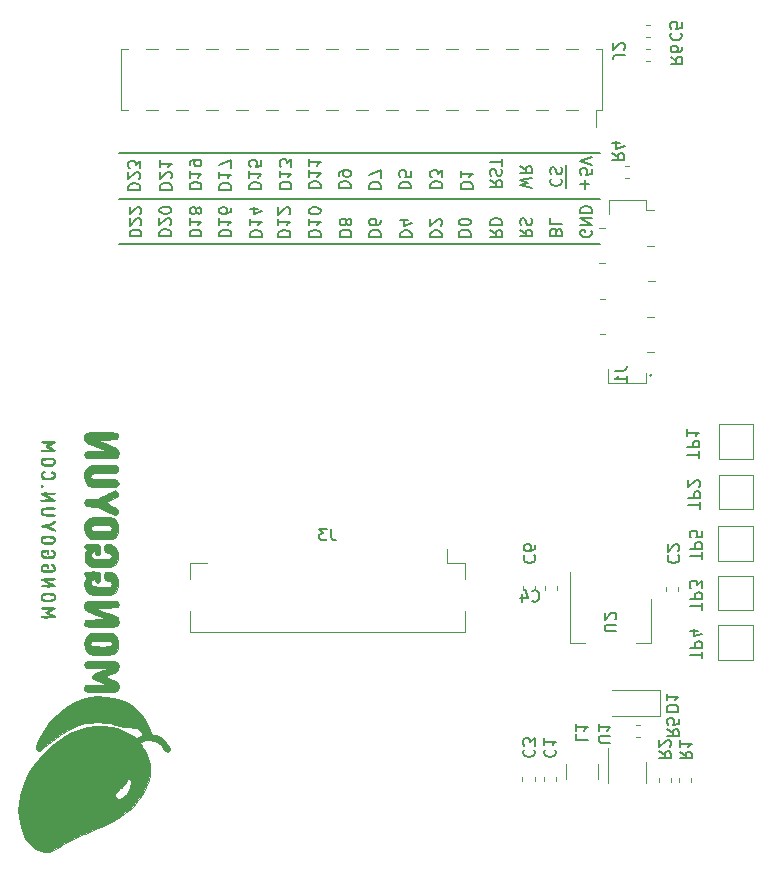
<source format=gbr>
G04 #@! TF.GenerationSoftware,KiCad,Pcbnew,(5.1.4)-1*
G04 #@! TF.CreationDate,2019-11-28T17:08:10+08:00*
G04 #@! TF.ProjectId,FH26W-45S-0.3SHW,46483236-572d-4343-9553-2d302e335348,rev?*
G04 #@! TF.SameCoordinates,Original*
G04 #@! TF.FileFunction,Legend,Bot*
G04 #@! TF.FilePolarity,Positive*
%FSLAX46Y46*%
G04 Gerber Fmt 4.6, Leading zero omitted, Abs format (unit mm)*
G04 Created by KiCad (PCBNEW (5.1.4)-1) date 2019-11-28 17:08:10*
%MOMM*%
%LPD*%
G04 APERTURE LIST*
%ADD10C,0.130000*%
%ADD11C,0.150000*%
%ADD12C,0.120000*%
%ADD13C,0.010000*%
G04 APERTURE END LIST*
D10*
X145000000Y-39326000D02*
X104257000Y-39326000D01*
X145000000Y-47090000D02*
X104250000Y-47090000D01*
D11*
X130629619Y-42320095D02*
X131629619Y-42320095D01*
X131629619Y-42082000D01*
X131582000Y-41939142D01*
X131486761Y-41843904D01*
X131391523Y-41796285D01*
X131201047Y-41748666D01*
X131058190Y-41748666D01*
X130867714Y-41796285D01*
X130772476Y-41843904D01*
X130677238Y-41939142D01*
X130629619Y-42082000D01*
X130629619Y-42320095D01*
X131629619Y-41415333D02*
X131629619Y-40796285D01*
X131248666Y-41129619D01*
X131248666Y-40986761D01*
X131201047Y-40891523D01*
X131153428Y-40843904D01*
X131058190Y-40796285D01*
X130820095Y-40796285D01*
X130724857Y-40843904D01*
X130677238Y-40891523D01*
X130629619Y-40986761D01*
X130629619Y-41272476D01*
X130677238Y-41367714D01*
X130724857Y-41415333D01*
X125429619Y-46434095D02*
X126429619Y-46434095D01*
X126429619Y-46196000D01*
X126382000Y-46053142D01*
X126286761Y-45957904D01*
X126191523Y-45910285D01*
X126001047Y-45862666D01*
X125858190Y-45862666D01*
X125667714Y-45910285D01*
X125572476Y-45957904D01*
X125477238Y-46053142D01*
X125429619Y-46196000D01*
X125429619Y-46434095D01*
X126429619Y-45005523D02*
X126429619Y-45196000D01*
X126382000Y-45291238D01*
X126334380Y-45338857D01*
X126191523Y-45434095D01*
X126001047Y-45481714D01*
X125620095Y-45481714D01*
X125524857Y-45434095D01*
X125477238Y-45386476D01*
X125429619Y-45291238D01*
X125429619Y-45100761D01*
X125477238Y-45005523D01*
X125524857Y-44957904D01*
X125620095Y-44910285D01*
X125858190Y-44910285D01*
X125953428Y-44957904D01*
X126001047Y-45005523D01*
X126048666Y-45100761D01*
X126048666Y-45291238D01*
X126001047Y-45386476D01*
X125953428Y-45434095D01*
X125858190Y-45481714D01*
X142119000Y-42334190D02*
X142119000Y-41334190D01*
X140846857Y-41524666D02*
X140799238Y-41572285D01*
X140751619Y-41715142D01*
X140751619Y-41810380D01*
X140799238Y-41953238D01*
X140894476Y-42048476D01*
X140989714Y-42096095D01*
X141180190Y-42143714D01*
X141323047Y-42143714D01*
X141513523Y-42096095D01*
X141608761Y-42048476D01*
X141704000Y-41953238D01*
X141751619Y-41810380D01*
X141751619Y-41715142D01*
X141704000Y-41572285D01*
X141656380Y-41524666D01*
X142119000Y-41334190D02*
X142119000Y-40381809D01*
X140799238Y-41143714D02*
X140751619Y-41000857D01*
X140751619Y-40762761D01*
X140799238Y-40667523D01*
X140846857Y-40619904D01*
X140942095Y-40572285D01*
X141037333Y-40572285D01*
X141132571Y-40619904D01*
X141180190Y-40667523D01*
X141227809Y-40762761D01*
X141275428Y-40953238D01*
X141323047Y-41048476D01*
X141370666Y-41096095D01*
X141465904Y-41143714D01*
X141561142Y-41143714D01*
X141656380Y-41096095D01*
X141704000Y-41048476D01*
X141751619Y-40953238D01*
X141751619Y-40715142D01*
X141704000Y-40572285D01*
X135671619Y-41651619D02*
X136147809Y-41984952D01*
X135671619Y-42223047D02*
X136671619Y-42223047D01*
X136671619Y-41842095D01*
X136624000Y-41746857D01*
X136576380Y-41699238D01*
X136481142Y-41651619D01*
X136338285Y-41651619D01*
X136243047Y-41699238D01*
X136195428Y-41746857D01*
X136147809Y-41842095D01*
X136147809Y-42223047D01*
X135719238Y-41270666D02*
X135671619Y-41127809D01*
X135671619Y-40889714D01*
X135719238Y-40794476D01*
X135766857Y-40746857D01*
X135862095Y-40699238D01*
X135957333Y-40699238D01*
X136052571Y-40746857D01*
X136100190Y-40794476D01*
X136147809Y-40889714D01*
X136195428Y-41080190D01*
X136243047Y-41175428D01*
X136290666Y-41223047D01*
X136385904Y-41270666D01*
X136481142Y-41270666D01*
X136576380Y-41223047D01*
X136624000Y-41175428D01*
X136671619Y-41080190D01*
X136671619Y-40842095D01*
X136624000Y-40699238D01*
X136671619Y-40413523D02*
X136671619Y-39842095D01*
X135671619Y-40127809D02*
X136671619Y-40127809D01*
X133019619Y-46434095D02*
X134019619Y-46434095D01*
X134019619Y-46196000D01*
X133972000Y-46053142D01*
X133876761Y-45957904D01*
X133781523Y-45910285D01*
X133591047Y-45862666D01*
X133448190Y-45862666D01*
X133257714Y-45910285D01*
X133162476Y-45957904D01*
X133067238Y-46053142D01*
X133019619Y-46196000D01*
X133019619Y-46434095D01*
X134019619Y-45243619D02*
X134019619Y-45148380D01*
X133972000Y-45053142D01*
X133924380Y-45005523D01*
X133829142Y-44957904D01*
X133638666Y-44910285D01*
X133400571Y-44910285D01*
X133210095Y-44957904D01*
X133114857Y-45005523D01*
X133067238Y-45053142D01*
X133019619Y-45148380D01*
X133019619Y-45243619D01*
X133067238Y-45338857D01*
X133114857Y-45386476D01*
X133210095Y-45434095D01*
X133400571Y-45481714D01*
X133638666Y-45481714D01*
X133829142Y-45434095D01*
X133924380Y-45386476D01*
X133972000Y-45338857D01*
X134019619Y-45243619D01*
X139211619Y-42286571D02*
X138211619Y-42048476D01*
X138925904Y-41858000D01*
X138211619Y-41667523D01*
X139211619Y-41429428D01*
X138211619Y-40477047D02*
X138687809Y-40810380D01*
X138211619Y-41048476D02*
X139211619Y-41048476D01*
X139211619Y-40667523D01*
X139164000Y-40572285D01*
X139116380Y-40524666D01*
X139021142Y-40477047D01*
X138878285Y-40477047D01*
X138783047Y-40524666D01*
X138735428Y-40572285D01*
X138687809Y-40667523D01*
X138687809Y-41048476D01*
X135671619Y-45866476D02*
X136147809Y-46199809D01*
X135671619Y-46437904D02*
X136671619Y-46437904D01*
X136671619Y-46056952D01*
X136624000Y-45961714D01*
X136576380Y-45914095D01*
X136481142Y-45866476D01*
X136338285Y-45866476D01*
X136243047Y-45914095D01*
X136195428Y-45961714D01*
X136147809Y-46056952D01*
X136147809Y-46437904D01*
X135671619Y-45437904D02*
X136671619Y-45437904D01*
X136671619Y-45199809D01*
X136624000Y-45056952D01*
X136528761Y-44961714D01*
X136433523Y-44914095D01*
X136243047Y-44866476D01*
X136100190Y-44866476D01*
X135909714Y-44914095D01*
X135814476Y-44961714D01*
X135719238Y-45056952D01*
X135671619Y-45199809D01*
X135671619Y-45437904D01*
X138211619Y-45842666D02*
X138687809Y-46176000D01*
X138211619Y-46414095D02*
X139211619Y-46414095D01*
X139211619Y-46033142D01*
X139164000Y-45937904D01*
X139116380Y-45890285D01*
X139021142Y-45842666D01*
X138878285Y-45842666D01*
X138783047Y-45890285D01*
X138735428Y-45937904D01*
X138687809Y-46033142D01*
X138687809Y-46414095D01*
X138259238Y-45461714D02*
X138211619Y-45318857D01*
X138211619Y-45080761D01*
X138259238Y-44985523D01*
X138306857Y-44937904D01*
X138402095Y-44890285D01*
X138497333Y-44890285D01*
X138592571Y-44937904D01*
X138640190Y-44985523D01*
X138687809Y-45080761D01*
X138735428Y-45271238D01*
X138783047Y-45366476D01*
X138830666Y-45414095D01*
X138925904Y-45461714D01*
X139021142Y-45461714D01*
X139116380Y-45414095D01*
X139164000Y-45366476D01*
X139211619Y-45271238D01*
X139211619Y-45033142D01*
X139164000Y-44890285D01*
X133189619Y-42360095D02*
X134189619Y-42360095D01*
X134189619Y-42122000D01*
X134142000Y-41979142D01*
X134046761Y-41883904D01*
X133951523Y-41836285D01*
X133761047Y-41788666D01*
X133618190Y-41788666D01*
X133427714Y-41836285D01*
X133332476Y-41883904D01*
X133237238Y-41979142D01*
X133189619Y-42122000D01*
X133189619Y-42360095D01*
X133189619Y-40836285D02*
X133189619Y-41407714D01*
X133189619Y-41122000D02*
X134189619Y-41122000D01*
X134046761Y-41217238D01*
X133951523Y-41312476D01*
X133903904Y-41407714D01*
X130609619Y-46474095D02*
X131609619Y-46474095D01*
X131609619Y-46236000D01*
X131562000Y-46093142D01*
X131466761Y-45997904D01*
X131371523Y-45950285D01*
X131181047Y-45902666D01*
X131038190Y-45902666D01*
X130847714Y-45950285D01*
X130752476Y-45997904D01*
X130657238Y-46093142D01*
X130609619Y-46236000D01*
X130609619Y-46474095D01*
X131514380Y-45521714D02*
X131562000Y-45474095D01*
X131609619Y-45378857D01*
X131609619Y-45140761D01*
X131562000Y-45045523D01*
X131514380Y-44997904D01*
X131419142Y-44950285D01*
X131323904Y-44950285D01*
X131181047Y-44997904D01*
X130609619Y-45569333D01*
X130609619Y-44950285D01*
X128039619Y-46474095D02*
X129039619Y-46474095D01*
X129039619Y-46236000D01*
X128992000Y-46093142D01*
X128896761Y-45997904D01*
X128801523Y-45950285D01*
X128611047Y-45902666D01*
X128468190Y-45902666D01*
X128277714Y-45950285D01*
X128182476Y-45997904D01*
X128087238Y-46093142D01*
X128039619Y-46236000D01*
X128039619Y-46474095D01*
X128706285Y-45045523D02*
X128039619Y-45045523D01*
X129087238Y-45283619D02*
X128372952Y-45521714D01*
X128372952Y-44902666D01*
X127969619Y-42340095D02*
X128969619Y-42340095D01*
X128969619Y-42102000D01*
X128922000Y-41959142D01*
X128826761Y-41863904D01*
X128731523Y-41816285D01*
X128541047Y-41768666D01*
X128398190Y-41768666D01*
X128207714Y-41816285D01*
X128112476Y-41863904D01*
X128017238Y-41959142D01*
X127969619Y-42102000D01*
X127969619Y-42340095D01*
X128969619Y-40863904D02*
X128969619Y-41340095D01*
X128493428Y-41387714D01*
X128541047Y-41340095D01*
X128588666Y-41244857D01*
X128588666Y-41006761D01*
X128541047Y-40911523D01*
X128493428Y-40863904D01*
X128398190Y-40816285D01*
X128160095Y-40816285D01*
X128064857Y-40863904D01*
X128017238Y-40911523D01*
X127969619Y-41006761D01*
X127969619Y-41244857D01*
X128017238Y-41340095D01*
X128064857Y-41387714D01*
X125439619Y-42360095D02*
X126439619Y-42360095D01*
X126439619Y-42122000D01*
X126392000Y-41979142D01*
X126296761Y-41883904D01*
X126201523Y-41836285D01*
X126011047Y-41788666D01*
X125868190Y-41788666D01*
X125677714Y-41836285D01*
X125582476Y-41883904D01*
X125487238Y-41979142D01*
X125439619Y-42122000D01*
X125439619Y-42360095D01*
X126439619Y-41455333D02*
X126439619Y-40788666D01*
X125439619Y-41217238D01*
X122939619Y-46434095D02*
X123939619Y-46434095D01*
X123939619Y-46196000D01*
X123892000Y-46053142D01*
X123796761Y-45957904D01*
X123701523Y-45910285D01*
X123511047Y-45862666D01*
X123368190Y-45862666D01*
X123177714Y-45910285D01*
X123082476Y-45957904D01*
X122987238Y-46053142D01*
X122939619Y-46196000D01*
X122939619Y-46434095D01*
X123511047Y-45291238D02*
X123558666Y-45386476D01*
X123606285Y-45434095D01*
X123701523Y-45481714D01*
X123749142Y-45481714D01*
X123844380Y-45434095D01*
X123892000Y-45386476D01*
X123939619Y-45291238D01*
X123939619Y-45100761D01*
X123892000Y-45005523D01*
X123844380Y-44957904D01*
X123749142Y-44910285D01*
X123701523Y-44910285D01*
X123606285Y-44957904D01*
X123558666Y-45005523D01*
X123511047Y-45100761D01*
X123511047Y-45291238D01*
X123463428Y-45386476D01*
X123415809Y-45434095D01*
X123320571Y-45481714D01*
X123130095Y-45481714D01*
X123034857Y-45434095D01*
X122987238Y-45386476D01*
X122939619Y-45291238D01*
X122939619Y-45100761D01*
X122987238Y-45005523D01*
X123034857Y-44957904D01*
X123130095Y-44910285D01*
X123320571Y-44910285D01*
X123415809Y-44957904D01*
X123463428Y-45005523D01*
X123511047Y-45100761D01*
X122869619Y-42320095D02*
X123869619Y-42320095D01*
X123869619Y-42082000D01*
X123822000Y-41939142D01*
X123726761Y-41843904D01*
X123631523Y-41796285D01*
X123441047Y-41748666D01*
X123298190Y-41748666D01*
X123107714Y-41796285D01*
X123012476Y-41843904D01*
X122917238Y-41939142D01*
X122869619Y-42082000D01*
X122869619Y-42320095D01*
X122869619Y-41272476D02*
X122869619Y-41082000D01*
X122917238Y-40986761D01*
X122964857Y-40939142D01*
X123107714Y-40843904D01*
X123298190Y-40796285D01*
X123679142Y-40796285D01*
X123774380Y-40843904D01*
X123822000Y-40891523D01*
X123869619Y-40986761D01*
X123869619Y-41177238D01*
X123822000Y-41272476D01*
X123774380Y-41320095D01*
X123679142Y-41367714D01*
X123441047Y-41367714D01*
X123345809Y-41320095D01*
X123298190Y-41272476D01*
X123250571Y-41177238D01*
X123250571Y-40986761D01*
X123298190Y-40891523D01*
X123345809Y-40843904D01*
X123441047Y-40796285D01*
X120329619Y-46440285D02*
X121329619Y-46440285D01*
X121329619Y-46202190D01*
X121282000Y-46059333D01*
X121186761Y-45964095D01*
X121091523Y-45916476D01*
X120901047Y-45868857D01*
X120758190Y-45868857D01*
X120567714Y-45916476D01*
X120472476Y-45964095D01*
X120377238Y-46059333D01*
X120329619Y-46202190D01*
X120329619Y-46440285D01*
X120329619Y-44916476D02*
X120329619Y-45487904D01*
X120329619Y-45202190D02*
X121329619Y-45202190D01*
X121186761Y-45297428D01*
X121091523Y-45392666D01*
X121043904Y-45487904D01*
X121329619Y-44297428D02*
X121329619Y-44202190D01*
X121282000Y-44106952D01*
X121234380Y-44059333D01*
X121139142Y-44011714D01*
X120948666Y-43964095D01*
X120710571Y-43964095D01*
X120520095Y-44011714D01*
X120424857Y-44059333D01*
X120377238Y-44106952D01*
X120329619Y-44202190D01*
X120329619Y-44297428D01*
X120377238Y-44392666D01*
X120424857Y-44440285D01*
X120520095Y-44487904D01*
X120710571Y-44535523D01*
X120948666Y-44535523D01*
X121139142Y-44487904D01*
X121234380Y-44440285D01*
X121282000Y-44392666D01*
X121329619Y-44297428D01*
X120339619Y-42316285D02*
X121339619Y-42316285D01*
X121339619Y-42078190D01*
X121292000Y-41935333D01*
X121196761Y-41840095D01*
X121101523Y-41792476D01*
X120911047Y-41744857D01*
X120768190Y-41744857D01*
X120577714Y-41792476D01*
X120482476Y-41840095D01*
X120387238Y-41935333D01*
X120339619Y-42078190D01*
X120339619Y-42316285D01*
X120339619Y-40792476D02*
X120339619Y-41363904D01*
X120339619Y-41078190D02*
X121339619Y-41078190D01*
X121196761Y-41173428D01*
X121101523Y-41268666D01*
X121053904Y-41363904D01*
X120339619Y-39840095D02*
X120339619Y-40411523D01*
X120339619Y-40125809D02*
X121339619Y-40125809D01*
X121196761Y-40221047D01*
X121101523Y-40316285D01*
X121053904Y-40411523D01*
X117759619Y-46440285D02*
X118759619Y-46440285D01*
X118759619Y-46202190D01*
X118712000Y-46059333D01*
X118616761Y-45964095D01*
X118521523Y-45916476D01*
X118331047Y-45868857D01*
X118188190Y-45868857D01*
X117997714Y-45916476D01*
X117902476Y-45964095D01*
X117807238Y-46059333D01*
X117759619Y-46202190D01*
X117759619Y-46440285D01*
X117759619Y-44916476D02*
X117759619Y-45487904D01*
X117759619Y-45202190D02*
X118759619Y-45202190D01*
X118616761Y-45297428D01*
X118521523Y-45392666D01*
X118473904Y-45487904D01*
X118664380Y-44535523D02*
X118712000Y-44487904D01*
X118759619Y-44392666D01*
X118759619Y-44154571D01*
X118712000Y-44059333D01*
X118664380Y-44011714D01*
X118569142Y-43964095D01*
X118473904Y-43964095D01*
X118331047Y-44011714D01*
X117759619Y-44583142D01*
X117759619Y-43964095D01*
X117849619Y-42356285D02*
X118849619Y-42356285D01*
X118849619Y-42118190D01*
X118802000Y-41975333D01*
X118706761Y-41880095D01*
X118611523Y-41832476D01*
X118421047Y-41784857D01*
X118278190Y-41784857D01*
X118087714Y-41832476D01*
X117992476Y-41880095D01*
X117897238Y-41975333D01*
X117849619Y-42118190D01*
X117849619Y-42356285D01*
X117849619Y-40832476D02*
X117849619Y-41403904D01*
X117849619Y-41118190D02*
X118849619Y-41118190D01*
X118706761Y-41213428D01*
X118611523Y-41308666D01*
X118563904Y-41403904D01*
X118849619Y-40499142D02*
X118849619Y-39880095D01*
X118468666Y-40213428D01*
X118468666Y-40070571D01*
X118421047Y-39975333D01*
X118373428Y-39927714D01*
X118278190Y-39880095D01*
X118040095Y-39880095D01*
X117944857Y-39927714D01*
X117897238Y-39975333D01*
X117849619Y-40070571D01*
X117849619Y-40356285D01*
X117897238Y-40451523D01*
X117944857Y-40499142D01*
X115349619Y-46440285D02*
X116349619Y-46440285D01*
X116349619Y-46202190D01*
X116302000Y-46059333D01*
X116206761Y-45964095D01*
X116111523Y-45916476D01*
X115921047Y-45868857D01*
X115778190Y-45868857D01*
X115587714Y-45916476D01*
X115492476Y-45964095D01*
X115397238Y-46059333D01*
X115349619Y-46202190D01*
X115349619Y-46440285D01*
X115349619Y-44916476D02*
X115349619Y-45487904D01*
X115349619Y-45202190D02*
X116349619Y-45202190D01*
X116206761Y-45297428D01*
X116111523Y-45392666D01*
X116063904Y-45487904D01*
X116016285Y-44059333D02*
X115349619Y-44059333D01*
X116397238Y-44297428D02*
X115682952Y-44535523D01*
X115682952Y-43916476D01*
X115299619Y-42406285D02*
X116299619Y-42406285D01*
X116299619Y-42168190D01*
X116252000Y-42025333D01*
X116156761Y-41930095D01*
X116061523Y-41882476D01*
X115871047Y-41834857D01*
X115728190Y-41834857D01*
X115537714Y-41882476D01*
X115442476Y-41930095D01*
X115347238Y-42025333D01*
X115299619Y-42168190D01*
X115299619Y-42406285D01*
X115299619Y-40882476D02*
X115299619Y-41453904D01*
X115299619Y-41168190D02*
X116299619Y-41168190D01*
X116156761Y-41263428D01*
X116061523Y-41358666D01*
X116013904Y-41453904D01*
X116299619Y-39977714D02*
X116299619Y-40453904D01*
X115823428Y-40501523D01*
X115871047Y-40453904D01*
X115918666Y-40358666D01*
X115918666Y-40120571D01*
X115871047Y-40025333D01*
X115823428Y-39977714D01*
X115728190Y-39930095D01*
X115490095Y-39930095D01*
X115394857Y-39977714D01*
X115347238Y-40025333D01*
X115299619Y-40120571D01*
X115299619Y-40358666D01*
X115347238Y-40453904D01*
X115394857Y-40501523D01*
X112759619Y-46400285D02*
X113759619Y-46400285D01*
X113759619Y-46162190D01*
X113712000Y-46019333D01*
X113616761Y-45924095D01*
X113521523Y-45876476D01*
X113331047Y-45828857D01*
X113188190Y-45828857D01*
X112997714Y-45876476D01*
X112902476Y-45924095D01*
X112807238Y-46019333D01*
X112759619Y-46162190D01*
X112759619Y-46400285D01*
X112759619Y-44876476D02*
X112759619Y-45447904D01*
X112759619Y-45162190D02*
X113759619Y-45162190D01*
X113616761Y-45257428D01*
X113521523Y-45352666D01*
X113473904Y-45447904D01*
X113759619Y-44019333D02*
X113759619Y-44209809D01*
X113712000Y-44305047D01*
X113664380Y-44352666D01*
X113521523Y-44447904D01*
X113331047Y-44495523D01*
X112950095Y-44495523D01*
X112854857Y-44447904D01*
X112807238Y-44400285D01*
X112759619Y-44305047D01*
X112759619Y-44114571D01*
X112807238Y-44019333D01*
X112854857Y-43971714D01*
X112950095Y-43924095D01*
X113188190Y-43924095D01*
X113283428Y-43971714D01*
X113331047Y-44019333D01*
X113378666Y-44114571D01*
X113378666Y-44305047D01*
X113331047Y-44400285D01*
X113283428Y-44447904D01*
X113188190Y-44495523D01*
X112749619Y-42446285D02*
X113749619Y-42446285D01*
X113749619Y-42208190D01*
X113702000Y-42065333D01*
X113606761Y-41970095D01*
X113511523Y-41922476D01*
X113321047Y-41874857D01*
X113178190Y-41874857D01*
X112987714Y-41922476D01*
X112892476Y-41970095D01*
X112797238Y-42065333D01*
X112749619Y-42208190D01*
X112749619Y-42446285D01*
X112749619Y-40922476D02*
X112749619Y-41493904D01*
X112749619Y-41208190D02*
X113749619Y-41208190D01*
X113606761Y-41303428D01*
X113511523Y-41398666D01*
X113463904Y-41493904D01*
X113749619Y-40589142D02*
X113749619Y-39922476D01*
X112749619Y-40351047D01*
X110239619Y-46410285D02*
X111239619Y-46410285D01*
X111239619Y-46172190D01*
X111192000Y-46029333D01*
X111096761Y-45934095D01*
X111001523Y-45886476D01*
X110811047Y-45838857D01*
X110668190Y-45838857D01*
X110477714Y-45886476D01*
X110382476Y-45934095D01*
X110287238Y-46029333D01*
X110239619Y-46172190D01*
X110239619Y-46410285D01*
X110239619Y-44886476D02*
X110239619Y-45457904D01*
X110239619Y-45172190D02*
X111239619Y-45172190D01*
X111096761Y-45267428D01*
X111001523Y-45362666D01*
X110953904Y-45457904D01*
X110811047Y-44315047D02*
X110858666Y-44410285D01*
X110906285Y-44457904D01*
X111001523Y-44505523D01*
X111049142Y-44505523D01*
X111144380Y-44457904D01*
X111192000Y-44410285D01*
X111239619Y-44315047D01*
X111239619Y-44124571D01*
X111192000Y-44029333D01*
X111144380Y-43981714D01*
X111049142Y-43934095D01*
X111001523Y-43934095D01*
X110906285Y-43981714D01*
X110858666Y-44029333D01*
X110811047Y-44124571D01*
X110811047Y-44315047D01*
X110763428Y-44410285D01*
X110715809Y-44457904D01*
X110620571Y-44505523D01*
X110430095Y-44505523D01*
X110334857Y-44457904D01*
X110287238Y-44410285D01*
X110239619Y-44315047D01*
X110239619Y-44124571D01*
X110287238Y-44029333D01*
X110334857Y-43981714D01*
X110430095Y-43934095D01*
X110620571Y-43934095D01*
X110715809Y-43981714D01*
X110763428Y-44029333D01*
X110811047Y-44124571D01*
X110229619Y-42386285D02*
X111229619Y-42386285D01*
X111229619Y-42148190D01*
X111182000Y-42005333D01*
X111086761Y-41910095D01*
X110991523Y-41862476D01*
X110801047Y-41814857D01*
X110658190Y-41814857D01*
X110467714Y-41862476D01*
X110372476Y-41910095D01*
X110277238Y-42005333D01*
X110229619Y-42148190D01*
X110229619Y-42386285D01*
X110229619Y-40862476D02*
X110229619Y-41433904D01*
X110229619Y-41148190D02*
X111229619Y-41148190D01*
X111086761Y-41243428D01*
X110991523Y-41338666D01*
X110943904Y-41433904D01*
X110229619Y-40386285D02*
X110229619Y-40195809D01*
X110277238Y-40100571D01*
X110324857Y-40052952D01*
X110467714Y-39957714D01*
X110658190Y-39910095D01*
X111039142Y-39910095D01*
X111134380Y-39957714D01*
X111182000Y-40005333D01*
X111229619Y-40100571D01*
X111229619Y-40291047D01*
X111182000Y-40386285D01*
X111134380Y-40433904D01*
X111039142Y-40481523D01*
X110801047Y-40481523D01*
X110705809Y-40433904D01*
X110658190Y-40386285D01*
X110610571Y-40291047D01*
X110610571Y-40100571D01*
X110658190Y-40005333D01*
X110705809Y-39957714D01*
X110801047Y-39910095D01*
X107679619Y-46380285D02*
X108679619Y-46380285D01*
X108679619Y-46142190D01*
X108632000Y-45999333D01*
X108536761Y-45904095D01*
X108441523Y-45856476D01*
X108251047Y-45808857D01*
X108108190Y-45808857D01*
X107917714Y-45856476D01*
X107822476Y-45904095D01*
X107727238Y-45999333D01*
X107679619Y-46142190D01*
X107679619Y-46380285D01*
X108584380Y-45427904D02*
X108632000Y-45380285D01*
X108679619Y-45285047D01*
X108679619Y-45046952D01*
X108632000Y-44951714D01*
X108584380Y-44904095D01*
X108489142Y-44856476D01*
X108393904Y-44856476D01*
X108251047Y-44904095D01*
X107679619Y-45475523D01*
X107679619Y-44856476D01*
X108679619Y-44237428D02*
X108679619Y-44142190D01*
X108632000Y-44046952D01*
X108584380Y-43999333D01*
X108489142Y-43951714D01*
X108298666Y-43904095D01*
X108060571Y-43904095D01*
X107870095Y-43951714D01*
X107774857Y-43999333D01*
X107727238Y-44046952D01*
X107679619Y-44142190D01*
X107679619Y-44237428D01*
X107727238Y-44332666D01*
X107774857Y-44380285D01*
X107870095Y-44427904D01*
X108060571Y-44475523D01*
X108298666Y-44475523D01*
X108489142Y-44427904D01*
X108584380Y-44380285D01*
X108632000Y-44332666D01*
X108679619Y-44237428D01*
X107719619Y-42446285D02*
X108719619Y-42446285D01*
X108719619Y-42208190D01*
X108672000Y-42065333D01*
X108576761Y-41970095D01*
X108481523Y-41922476D01*
X108291047Y-41874857D01*
X108148190Y-41874857D01*
X107957714Y-41922476D01*
X107862476Y-41970095D01*
X107767238Y-42065333D01*
X107719619Y-42208190D01*
X107719619Y-42446285D01*
X108624380Y-41493904D02*
X108672000Y-41446285D01*
X108719619Y-41351047D01*
X108719619Y-41112952D01*
X108672000Y-41017714D01*
X108624380Y-40970095D01*
X108529142Y-40922476D01*
X108433904Y-40922476D01*
X108291047Y-40970095D01*
X107719619Y-41541523D01*
X107719619Y-40922476D01*
X107719619Y-39970095D02*
X107719619Y-40541523D01*
X107719619Y-40255809D02*
X108719619Y-40255809D01*
X108576761Y-40351047D01*
X108481523Y-40446285D01*
X108433904Y-40541523D01*
X105149619Y-46410285D02*
X106149619Y-46410285D01*
X106149619Y-46172190D01*
X106102000Y-46029333D01*
X106006761Y-45934095D01*
X105911523Y-45886476D01*
X105721047Y-45838857D01*
X105578190Y-45838857D01*
X105387714Y-45886476D01*
X105292476Y-45934095D01*
X105197238Y-46029333D01*
X105149619Y-46172190D01*
X105149619Y-46410285D01*
X106054380Y-45457904D02*
X106102000Y-45410285D01*
X106149619Y-45315047D01*
X106149619Y-45076952D01*
X106102000Y-44981714D01*
X106054380Y-44934095D01*
X105959142Y-44886476D01*
X105863904Y-44886476D01*
X105721047Y-44934095D01*
X105149619Y-45505523D01*
X105149619Y-44886476D01*
X106054380Y-44505523D02*
X106102000Y-44457904D01*
X106149619Y-44362666D01*
X106149619Y-44124571D01*
X106102000Y-44029333D01*
X106054380Y-43981714D01*
X105959142Y-43934095D01*
X105863904Y-43934095D01*
X105721047Y-43981714D01*
X105149619Y-44553142D01*
X105149619Y-43934095D01*
X105059619Y-42486285D02*
X106059619Y-42486285D01*
X106059619Y-42248190D01*
X106012000Y-42105333D01*
X105916761Y-42010095D01*
X105821523Y-41962476D01*
X105631047Y-41914857D01*
X105488190Y-41914857D01*
X105297714Y-41962476D01*
X105202476Y-42010095D01*
X105107238Y-42105333D01*
X105059619Y-42248190D01*
X105059619Y-42486285D01*
X105964380Y-41533904D02*
X106012000Y-41486285D01*
X106059619Y-41391047D01*
X106059619Y-41152952D01*
X106012000Y-41057714D01*
X105964380Y-41010095D01*
X105869142Y-40962476D01*
X105773904Y-40962476D01*
X105631047Y-41010095D01*
X105059619Y-41581523D01*
X105059619Y-40962476D01*
X106059619Y-40629142D02*
X106059619Y-40010095D01*
X105678666Y-40343428D01*
X105678666Y-40200571D01*
X105631047Y-40105333D01*
X105583428Y-40057714D01*
X105488190Y-40010095D01*
X105250095Y-40010095D01*
X105154857Y-40057714D01*
X105107238Y-40105333D01*
X105059619Y-40200571D01*
X105059619Y-40486285D01*
X105107238Y-40581523D01*
X105154857Y-40629142D01*
X141275428Y-46009333D02*
X141227809Y-45866476D01*
X141180190Y-45818857D01*
X141084952Y-45771238D01*
X140942095Y-45771238D01*
X140846857Y-45818857D01*
X140799238Y-45866476D01*
X140751619Y-45961714D01*
X140751619Y-46342666D01*
X141751619Y-46342666D01*
X141751619Y-46009333D01*
X141704000Y-45914095D01*
X141656380Y-45866476D01*
X141561142Y-45818857D01*
X141465904Y-45818857D01*
X141370666Y-45866476D01*
X141323047Y-45914095D01*
X141275428Y-46009333D01*
X141275428Y-46342666D01*
X140751619Y-44866476D02*
X140751619Y-45342666D01*
X141751619Y-45342666D01*
D10*
X145000000Y-43210000D02*
X104257000Y-43210000D01*
D11*
X143672571Y-42389714D02*
X143672571Y-41627809D01*
X143291619Y-42008761D02*
X144053523Y-42008761D01*
X144291619Y-40675428D02*
X144291619Y-41151619D01*
X143815428Y-41199238D01*
X143863047Y-41151619D01*
X143910666Y-41056380D01*
X143910666Y-40818285D01*
X143863047Y-40723047D01*
X143815428Y-40675428D01*
X143720190Y-40627809D01*
X143482095Y-40627809D01*
X143386857Y-40675428D01*
X143339238Y-40723047D01*
X143291619Y-40818285D01*
X143291619Y-41056380D01*
X143339238Y-41151619D01*
X143386857Y-41199238D01*
X144291619Y-40342095D02*
X143291619Y-40008761D01*
X144291619Y-39675428D01*
X144244000Y-45929904D02*
X144291619Y-46025142D01*
X144291619Y-46168000D01*
X144244000Y-46310857D01*
X144148761Y-46406095D01*
X144053523Y-46453714D01*
X143863047Y-46501333D01*
X143720190Y-46501333D01*
X143529714Y-46453714D01*
X143434476Y-46406095D01*
X143339238Y-46310857D01*
X143291619Y-46168000D01*
X143291619Y-46072761D01*
X143339238Y-45929904D01*
X143386857Y-45882285D01*
X143720190Y-45882285D01*
X143720190Y-46072761D01*
X143291619Y-45453714D02*
X144291619Y-45453714D01*
X143291619Y-44882285D01*
X144291619Y-44882285D01*
X143291619Y-44406095D02*
X144291619Y-44406095D01*
X144291619Y-44168000D01*
X144244000Y-44025142D01*
X144148761Y-43929904D01*
X144053523Y-43882285D01*
X143863047Y-43834666D01*
X143720190Y-43834666D01*
X143529714Y-43882285D01*
X143434476Y-43929904D01*
X143339238Y-44025142D01*
X143291619Y-44168000D01*
X143291619Y-44406095D01*
D12*
X148843733Y-30570000D02*
X149186267Y-30570000D01*
X148843733Y-31590000D02*
X149186267Y-31590000D01*
X149206267Y-28480000D02*
X148863733Y-28480000D01*
X149206267Y-29500000D02*
X148863733Y-29500000D01*
X145190000Y-35750000D02*
X145190000Y-30550000D01*
X104430000Y-35750000D02*
X104430000Y-30550000D01*
X144620000Y-37190000D02*
X144620000Y-35750000D01*
X145190000Y-35750000D02*
X144620000Y-35750000D01*
X145190000Y-30550000D02*
X144620000Y-30550000D01*
X105000000Y-35750000D02*
X104430000Y-35750000D01*
X105000000Y-30550000D02*
X104430000Y-30550000D01*
X143100000Y-35750000D02*
X142080000Y-35750000D01*
X143100000Y-30550000D02*
X142080000Y-30550000D01*
X140560000Y-35750000D02*
X139540000Y-35750000D01*
X140560000Y-30550000D02*
X139540000Y-30550000D01*
X138020000Y-35750000D02*
X137000000Y-35750000D01*
X138020000Y-30550000D02*
X137000000Y-30550000D01*
X135480000Y-35750000D02*
X134460000Y-35750000D01*
X135480000Y-30550000D02*
X134460000Y-30550000D01*
X132940000Y-35750000D02*
X131920000Y-35750000D01*
X132940000Y-30550000D02*
X131920000Y-30550000D01*
X130400000Y-35750000D02*
X129380000Y-35750000D01*
X130400000Y-30550000D02*
X129380000Y-30550000D01*
X127860000Y-35750000D02*
X126840000Y-35750000D01*
X127860000Y-30550000D02*
X126840000Y-30550000D01*
X125320000Y-35750000D02*
X124300000Y-35750000D01*
X125320000Y-30550000D02*
X124300000Y-30550000D01*
X122780000Y-35750000D02*
X121760000Y-35750000D01*
X122780000Y-30550000D02*
X121760000Y-30550000D01*
X120240000Y-35750000D02*
X119220000Y-35750000D01*
X120240000Y-30550000D02*
X119220000Y-30550000D01*
X117700000Y-35750000D02*
X116680000Y-35750000D01*
X117700000Y-30550000D02*
X116680000Y-30550000D01*
X115160000Y-35750000D02*
X114140000Y-35750000D01*
X115160000Y-30550000D02*
X114140000Y-30550000D01*
X112620000Y-35750000D02*
X111600000Y-35750000D01*
X112620000Y-30550000D02*
X111600000Y-30550000D01*
X110080000Y-35750000D02*
X109060000Y-35750000D01*
X110080000Y-30550000D02*
X109060000Y-30550000D01*
X107540000Y-35750000D02*
X106520000Y-35750000D01*
X107540000Y-30550000D02*
X106520000Y-30550000D01*
X132060000Y-74094000D02*
X132060000Y-72894000D01*
X110250000Y-79894000D02*
X110250000Y-78154000D01*
X133550000Y-79894000D02*
X110250000Y-79894000D01*
X133550000Y-78154000D02*
X133550000Y-79894000D01*
X110250000Y-74094000D02*
X110250000Y-75434000D01*
X111740000Y-74094000D02*
X110250000Y-74094000D01*
X133550000Y-74094000D02*
X133550000Y-75434000D01*
X132060000Y-74094000D02*
X133550000Y-74094000D01*
D13*
G36*
X108508326Y-89636506D02*
G01*
X108398315Y-89444771D01*
X108359199Y-89382689D01*
X108104876Y-89076176D01*
X107777710Y-88831254D01*
X107392120Y-88657475D01*
X107176289Y-88599032D01*
X106927222Y-88545617D01*
X106847020Y-88220618D01*
X106669673Y-87707288D01*
X106402130Y-87218059D01*
X106054995Y-86764333D01*
X105638876Y-86357511D01*
X105164379Y-86008995D01*
X104642110Y-85730185D01*
X104460467Y-85655181D01*
X103835207Y-85468422D01*
X103180214Y-85371848D01*
X102508470Y-85363456D01*
X101832956Y-85441248D01*
X101166652Y-85603221D01*
X100522541Y-85847376D01*
X99913602Y-86171710D01*
X99562126Y-86410178D01*
X98971709Y-86908457D01*
X98436451Y-87482305D01*
X97969243Y-88115324D01*
X97582975Y-88791120D01*
X97433655Y-89117436D01*
X97323451Y-89401434D01*
X97265221Y-89613249D01*
X97256743Y-89766640D01*
X97295798Y-89875365D01*
X97308601Y-89892340D01*
X97396740Y-89959100D01*
X97504683Y-89958124D01*
X97644565Y-89884963D01*
X97828524Y-89735170D01*
X97888697Y-89679721D01*
X98562410Y-89094838D01*
X99245497Y-88594627D01*
X99931266Y-88183185D01*
X100613025Y-87864609D01*
X101161962Y-87676235D01*
X101335445Y-87631281D01*
X101504481Y-87599807D01*
X101693209Y-87579548D01*
X101925767Y-87568239D01*
X102226293Y-87563616D01*
X102367400Y-87563136D01*
X102679084Y-87563800D01*
X102917934Y-87569129D01*
X103112709Y-87582777D01*
X103292171Y-87608394D01*
X103485080Y-87649633D01*
X103720197Y-87710145D01*
X103891400Y-87756652D01*
X104320654Y-87864602D01*
X104695519Y-87936413D01*
X105053676Y-87978902D01*
X105164307Y-87987002D01*
X105492898Y-88017495D01*
X105739200Y-88066510D01*
X105922001Y-88142261D01*
X106060088Y-88252958D01*
X106172248Y-88406813D01*
X106188239Y-88434552D01*
X106296807Y-88627723D01*
X105991995Y-88770929D01*
X105825435Y-88846072D01*
X105721080Y-88879718D01*
X105650447Y-88876174D01*
X105585052Y-88839747D01*
X105576692Y-88833726D01*
X104961406Y-88441938D01*
X104328121Y-88149517D01*
X103675549Y-87956283D01*
X103002400Y-87862055D01*
X102307386Y-87866654D01*
X101589217Y-87969899D01*
X100846604Y-88171612D01*
X100843400Y-88172677D01*
X100271344Y-88406391D01*
X99686172Y-88726358D01*
X99101289Y-89120754D01*
X98530104Y-89577755D01*
X97986023Y-90085537D01*
X97482455Y-90632275D01*
X97032805Y-91206147D01*
X96650481Y-91795328D01*
X96566495Y-91944539D01*
X96283167Y-92536115D01*
X96054771Y-93162328D01*
X95886012Y-93802246D01*
X95781597Y-94434936D01*
X95746231Y-95039465D01*
X95770437Y-95485400D01*
X95869455Y-96086965D01*
X96023493Y-96650150D01*
X96226114Y-97155011D01*
X96424820Y-97512757D01*
X96712329Y-97883571D01*
X97044089Y-98182115D01*
X97406208Y-98397252D01*
X97634137Y-98482209D01*
X97871551Y-98534712D01*
X98098260Y-98544787D01*
X98330461Y-98507716D01*
X98584354Y-98418783D01*
X98876135Y-98273270D01*
X99222002Y-98066458D01*
X99355545Y-97980854D01*
X99421000Y-97940242D01*
X99421000Y-96526800D01*
X99395600Y-96501400D01*
X99421000Y-96476000D01*
X99446400Y-96501400D01*
X99421000Y-96526800D01*
X99421000Y-97940242D01*
X99684789Y-97776570D01*
X100018397Y-97590954D01*
X100382551Y-97410713D01*
X100803435Y-97222556D01*
X101072000Y-97109466D01*
X101607743Y-96887141D01*
X102059008Y-96698647D01*
X102291200Y-96600659D01*
X102291200Y-95714000D01*
X102249386Y-95695414D01*
X102257334Y-95680134D01*
X102317622Y-95674054D01*
X102325067Y-95680134D01*
X102318094Y-95710334D01*
X102291200Y-95714000D01*
X102291200Y-96600659D01*
X102435519Y-96539753D01*
X102747002Y-96406230D01*
X103003179Y-96293845D01*
X103078600Y-96259653D01*
X103078600Y-95358400D01*
X103053200Y-95333000D01*
X103078600Y-95307600D01*
X103104000Y-95333000D01*
X103078600Y-95358400D01*
X103078600Y-96259653D01*
X103213776Y-96198369D01*
X103388515Y-96115570D01*
X103537121Y-96041219D01*
X103586600Y-96015440D01*
X103891400Y-95836275D01*
X103891400Y-93580400D01*
X103866000Y-93555000D01*
X103891400Y-93529600D01*
X103916800Y-93555000D01*
X103891400Y-93580400D01*
X103891400Y-95836275D01*
X104018400Y-95761622D01*
X104018400Y-94139200D01*
X103976586Y-94120614D01*
X103984534Y-94105334D01*
X104044822Y-94099254D01*
X104052267Y-94105334D01*
X104045294Y-94135534D01*
X104018400Y-94139200D01*
X104018400Y-95761622D01*
X104268227Y-95614770D01*
X104297800Y-95593305D01*
X104297800Y-94545600D01*
X104272400Y-94520200D01*
X104297800Y-94494800D01*
X104323200Y-94520200D01*
X104297800Y-94545600D01*
X104297800Y-95593305D01*
X104336686Y-95565081D01*
X104336686Y-94022844D01*
X104187887Y-94013993D01*
X104078309Y-93985449D01*
X104034021Y-93957372D01*
X104036191Y-93952077D01*
X104028665Y-93899144D01*
X103990581Y-93850124D01*
X103929523Y-93767108D01*
X103929202Y-93677352D01*
X103942200Y-93649922D01*
X103942200Y-93428000D01*
X103916800Y-93402600D01*
X103942200Y-93377200D01*
X103967600Y-93402600D01*
X103942200Y-93428000D01*
X103942200Y-93649922D01*
X103991014Y-93546907D01*
X104003953Y-93524739D01*
X104074670Y-93424601D01*
X104130576Y-93377686D01*
X104134377Y-93377200D01*
X104154543Y-93336830D01*
X104141496Y-93263299D01*
X104122267Y-93184833D01*
X104154082Y-93190616D01*
X104198384Y-93225199D01*
X104264504Y-93273286D01*
X104271015Y-93249474D01*
X104257094Y-93209462D01*
X104247971Y-93146616D01*
X104275178Y-93150317D01*
X104356749Y-93145941D01*
X104399400Y-93118510D01*
X104399400Y-93021600D01*
X104374000Y-92996200D01*
X104399400Y-92970800D01*
X104424800Y-92996200D01*
X104399400Y-93021600D01*
X104399400Y-93118510D01*
X104471470Y-93072156D01*
X104526400Y-93018799D01*
X104526400Y-92920000D01*
X104484586Y-92901414D01*
X104492534Y-92886134D01*
X104552822Y-92880054D01*
X104560267Y-92886134D01*
X104553294Y-92916334D01*
X104526400Y-92920000D01*
X104526400Y-93018799D01*
X104600485Y-92946835D01*
X104653400Y-92879240D01*
X104653400Y-92818400D01*
X104628000Y-92793000D01*
X104653400Y-92767600D01*
X104678800Y-92793000D01*
X104653400Y-92818400D01*
X104653400Y-92879240D01*
X104724939Y-92787852D01*
X104812256Y-92641186D01*
X104919720Y-92460597D01*
X105016339Y-92374745D01*
X105112112Y-92378926D01*
X105206020Y-92455971D01*
X105259923Y-92547505D01*
X105268574Y-92674225D01*
X105256224Y-92773131D01*
X105217910Y-92932509D01*
X105154650Y-93119385D01*
X105078843Y-93304153D01*
X105002884Y-93457205D01*
X104939171Y-93548933D01*
X104927455Y-93558304D01*
X104901825Y-93624454D01*
X104912662Y-93698577D01*
X104930705Y-93773825D01*
X104897912Y-93765751D01*
X104856600Y-93732800D01*
X104793755Y-93687373D01*
X104786283Y-93716646D01*
X104805800Y-93783600D01*
X104828266Y-93869667D01*
X104803223Y-93872646D01*
X104752817Y-93834002D01*
X104686604Y-93785733D01*
X104679572Y-93808214D01*
X104692471Y-93845474D01*
X104693890Y-93935145D01*
X104668733Y-93967623D01*
X104636332Y-93971401D01*
X104648550Y-93943850D01*
X104659817Y-93892163D01*
X104603996Y-93897460D01*
X104496628Y-93957608D01*
X104483781Y-93966468D01*
X104336686Y-94022844D01*
X104336686Y-95565081D01*
X104884295Y-95167604D01*
X105009000Y-95056101D01*
X105009000Y-93631200D01*
X104983600Y-93605800D01*
X105009000Y-93580400D01*
X105034400Y-93605800D01*
X105009000Y-93631200D01*
X105009000Y-95056101D01*
X105429043Y-94680525D01*
X105896707Y-94160118D01*
X106281523Y-93612967D01*
X106577728Y-93045654D01*
X106779558Y-92464765D01*
X106811754Y-92331155D01*
X106858704Y-92083060D01*
X106893898Y-91829084D01*
X106911205Y-91615533D01*
X106912019Y-91573800D01*
X106866676Y-91078491D01*
X106735417Y-90568771D01*
X106526427Y-90068540D01*
X106247891Y-89601699D01*
X106226325Y-89571341D01*
X106123758Y-89424912D01*
X106075015Y-89336714D01*
X106073394Y-89283376D01*
X106112195Y-89241523D01*
X106128304Y-89229473D01*
X106300554Y-89144501D01*
X106536526Y-89082752D01*
X106799383Y-89052942D01*
X106880075Y-89051546D01*
X107191106Y-89102028D01*
X107496022Y-89239805D01*
X107774874Y-89451519D01*
X108007715Y-89723812D01*
X108092738Y-89863608D01*
X108203843Y-89988878D01*
X108340874Y-90026209D01*
X108480264Y-89971148D01*
X108512296Y-89942848D01*
X108560455Y-89867758D01*
X108560752Y-89771573D01*
X108508326Y-89636506D01*
X108508326Y-89636506D01*
G37*
X108508326Y-89636506D02*
X108398315Y-89444771D01*
X108359199Y-89382689D01*
X108104876Y-89076176D01*
X107777710Y-88831254D01*
X107392120Y-88657475D01*
X107176289Y-88599032D01*
X106927222Y-88545617D01*
X106847020Y-88220618D01*
X106669673Y-87707288D01*
X106402130Y-87218059D01*
X106054995Y-86764333D01*
X105638876Y-86357511D01*
X105164379Y-86008995D01*
X104642110Y-85730185D01*
X104460467Y-85655181D01*
X103835207Y-85468422D01*
X103180214Y-85371848D01*
X102508470Y-85363456D01*
X101832956Y-85441248D01*
X101166652Y-85603221D01*
X100522541Y-85847376D01*
X99913602Y-86171710D01*
X99562126Y-86410178D01*
X98971709Y-86908457D01*
X98436451Y-87482305D01*
X97969243Y-88115324D01*
X97582975Y-88791120D01*
X97433655Y-89117436D01*
X97323451Y-89401434D01*
X97265221Y-89613249D01*
X97256743Y-89766640D01*
X97295798Y-89875365D01*
X97308601Y-89892340D01*
X97396740Y-89959100D01*
X97504683Y-89958124D01*
X97644565Y-89884963D01*
X97828524Y-89735170D01*
X97888697Y-89679721D01*
X98562410Y-89094838D01*
X99245497Y-88594627D01*
X99931266Y-88183185D01*
X100613025Y-87864609D01*
X101161962Y-87676235D01*
X101335445Y-87631281D01*
X101504481Y-87599807D01*
X101693209Y-87579548D01*
X101925767Y-87568239D01*
X102226293Y-87563616D01*
X102367400Y-87563136D01*
X102679084Y-87563800D01*
X102917934Y-87569129D01*
X103112709Y-87582777D01*
X103292171Y-87608394D01*
X103485080Y-87649633D01*
X103720197Y-87710145D01*
X103891400Y-87756652D01*
X104320654Y-87864602D01*
X104695519Y-87936413D01*
X105053676Y-87978902D01*
X105164307Y-87987002D01*
X105492898Y-88017495D01*
X105739200Y-88066510D01*
X105922001Y-88142261D01*
X106060088Y-88252958D01*
X106172248Y-88406813D01*
X106188239Y-88434552D01*
X106296807Y-88627723D01*
X105991995Y-88770929D01*
X105825435Y-88846072D01*
X105721080Y-88879718D01*
X105650447Y-88876174D01*
X105585052Y-88839747D01*
X105576692Y-88833726D01*
X104961406Y-88441938D01*
X104328121Y-88149517D01*
X103675549Y-87956283D01*
X103002400Y-87862055D01*
X102307386Y-87866654D01*
X101589217Y-87969899D01*
X100846604Y-88171612D01*
X100843400Y-88172677D01*
X100271344Y-88406391D01*
X99686172Y-88726358D01*
X99101289Y-89120754D01*
X98530104Y-89577755D01*
X97986023Y-90085537D01*
X97482455Y-90632275D01*
X97032805Y-91206147D01*
X96650481Y-91795328D01*
X96566495Y-91944539D01*
X96283167Y-92536115D01*
X96054771Y-93162328D01*
X95886012Y-93802246D01*
X95781597Y-94434936D01*
X95746231Y-95039465D01*
X95770437Y-95485400D01*
X95869455Y-96086965D01*
X96023493Y-96650150D01*
X96226114Y-97155011D01*
X96424820Y-97512757D01*
X96712329Y-97883571D01*
X97044089Y-98182115D01*
X97406208Y-98397252D01*
X97634137Y-98482209D01*
X97871551Y-98534712D01*
X98098260Y-98544787D01*
X98330461Y-98507716D01*
X98584354Y-98418783D01*
X98876135Y-98273270D01*
X99222002Y-98066458D01*
X99355545Y-97980854D01*
X99421000Y-97940242D01*
X99421000Y-96526800D01*
X99395600Y-96501400D01*
X99421000Y-96476000D01*
X99446400Y-96501400D01*
X99421000Y-96526800D01*
X99421000Y-97940242D01*
X99684789Y-97776570D01*
X100018397Y-97590954D01*
X100382551Y-97410713D01*
X100803435Y-97222556D01*
X101072000Y-97109466D01*
X101607743Y-96887141D01*
X102059008Y-96698647D01*
X102291200Y-96600659D01*
X102291200Y-95714000D01*
X102249386Y-95695414D01*
X102257334Y-95680134D01*
X102317622Y-95674054D01*
X102325067Y-95680134D01*
X102318094Y-95710334D01*
X102291200Y-95714000D01*
X102291200Y-96600659D01*
X102435519Y-96539753D01*
X102747002Y-96406230D01*
X103003179Y-96293845D01*
X103078600Y-96259653D01*
X103078600Y-95358400D01*
X103053200Y-95333000D01*
X103078600Y-95307600D01*
X103104000Y-95333000D01*
X103078600Y-95358400D01*
X103078600Y-96259653D01*
X103213776Y-96198369D01*
X103388515Y-96115570D01*
X103537121Y-96041219D01*
X103586600Y-96015440D01*
X103891400Y-95836275D01*
X103891400Y-93580400D01*
X103866000Y-93555000D01*
X103891400Y-93529600D01*
X103916800Y-93555000D01*
X103891400Y-93580400D01*
X103891400Y-95836275D01*
X104018400Y-95761622D01*
X104018400Y-94139200D01*
X103976586Y-94120614D01*
X103984534Y-94105334D01*
X104044822Y-94099254D01*
X104052267Y-94105334D01*
X104045294Y-94135534D01*
X104018400Y-94139200D01*
X104018400Y-95761622D01*
X104268227Y-95614770D01*
X104297800Y-95593305D01*
X104297800Y-94545600D01*
X104272400Y-94520200D01*
X104297800Y-94494800D01*
X104323200Y-94520200D01*
X104297800Y-94545600D01*
X104297800Y-95593305D01*
X104336686Y-95565081D01*
X104336686Y-94022844D01*
X104187887Y-94013993D01*
X104078309Y-93985449D01*
X104034021Y-93957372D01*
X104036191Y-93952077D01*
X104028665Y-93899144D01*
X103990581Y-93850124D01*
X103929523Y-93767108D01*
X103929202Y-93677352D01*
X103942200Y-93649922D01*
X103942200Y-93428000D01*
X103916800Y-93402600D01*
X103942200Y-93377200D01*
X103967600Y-93402600D01*
X103942200Y-93428000D01*
X103942200Y-93649922D01*
X103991014Y-93546907D01*
X104003953Y-93524739D01*
X104074670Y-93424601D01*
X104130576Y-93377686D01*
X104134377Y-93377200D01*
X104154543Y-93336830D01*
X104141496Y-93263299D01*
X104122267Y-93184833D01*
X104154082Y-93190616D01*
X104198384Y-93225199D01*
X104264504Y-93273286D01*
X104271015Y-93249474D01*
X104257094Y-93209462D01*
X104247971Y-93146616D01*
X104275178Y-93150317D01*
X104356749Y-93145941D01*
X104399400Y-93118510D01*
X104399400Y-93021600D01*
X104374000Y-92996200D01*
X104399400Y-92970800D01*
X104424800Y-92996200D01*
X104399400Y-93021600D01*
X104399400Y-93118510D01*
X104471470Y-93072156D01*
X104526400Y-93018799D01*
X104526400Y-92920000D01*
X104484586Y-92901414D01*
X104492534Y-92886134D01*
X104552822Y-92880054D01*
X104560267Y-92886134D01*
X104553294Y-92916334D01*
X104526400Y-92920000D01*
X104526400Y-93018799D01*
X104600485Y-92946835D01*
X104653400Y-92879240D01*
X104653400Y-92818400D01*
X104628000Y-92793000D01*
X104653400Y-92767600D01*
X104678800Y-92793000D01*
X104653400Y-92818400D01*
X104653400Y-92879240D01*
X104724939Y-92787852D01*
X104812256Y-92641186D01*
X104919720Y-92460597D01*
X105016339Y-92374745D01*
X105112112Y-92378926D01*
X105206020Y-92455971D01*
X105259923Y-92547505D01*
X105268574Y-92674225D01*
X105256224Y-92773131D01*
X105217910Y-92932509D01*
X105154650Y-93119385D01*
X105078843Y-93304153D01*
X105002884Y-93457205D01*
X104939171Y-93548933D01*
X104927455Y-93558304D01*
X104901825Y-93624454D01*
X104912662Y-93698577D01*
X104930705Y-93773825D01*
X104897912Y-93765751D01*
X104856600Y-93732800D01*
X104793755Y-93687373D01*
X104786283Y-93716646D01*
X104805800Y-93783600D01*
X104828266Y-93869667D01*
X104803223Y-93872646D01*
X104752817Y-93834002D01*
X104686604Y-93785733D01*
X104679572Y-93808214D01*
X104692471Y-93845474D01*
X104693890Y-93935145D01*
X104668733Y-93967623D01*
X104636332Y-93971401D01*
X104648550Y-93943850D01*
X104659817Y-93892163D01*
X104603996Y-93897460D01*
X104496628Y-93957608D01*
X104483781Y-93966468D01*
X104336686Y-94022844D01*
X104336686Y-95565081D01*
X104884295Y-95167604D01*
X105009000Y-95056101D01*
X105009000Y-93631200D01*
X104983600Y-93605800D01*
X105009000Y-93580400D01*
X105034400Y-93605800D01*
X105009000Y-93631200D01*
X105009000Y-95056101D01*
X105429043Y-94680525D01*
X105896707Y-94160118D01*
X106281523Y-93612967D01*
X106577728Y-93045654D01*
X106779558Y-92464765D01*
X106811754Y-92331155D01*
X106858704Y-92083060D01*
X106893898Y-91829084D01*
X106911205Y-91615533D01*
X106912019Y-91573800D01*
X106866676Y-91078491D01*
X106735417Y-90568771D01*
X106526427Y-90068540D01*
X106247891Y-89601699D01*
X106226325Y-89571341D01*
X106123758Y-89424912D01*
X106075015Y-89336714D01*
X106073394Y-89283376D01*
X106112195Y-89241523D01*
X106128304Y-89229473D01*
X106300554Y-89144501D01*
X106536526Y-89082752D01*
X106799383Y-89052942D01*
X106880075Y-89051546D01*
X107191106Y-89102028D01*
X107496022Y-89239805D01*
X107774874Y-89451519D01*
X108007715Y-89723812D01*
X108092738Y-89863608D01*
X108203843Y-89988878D01*
X108340874Y-90026209D01*
X108480264Y-89971148D01*
X108512296Y-89942848D01*
X108560455Y-89867758D01*
X108560752Y-89771573D01*
X108508326Y-89636506D01*
G36*
X98813289Y-78568158D02*
G01*
X98711436Y-78488716D01*
X98586396Y-78418422D01*
X98443023Y-78340830D01*
X98340662Y-78276252D01*
X98309714Y-78249016D01*
X98337370Y-78206589D01*
X98435585Y-78138379D01*
X98563915Y-78068940D01*
X98711971Y-77985460D01*
X98804302Y-77911469D01*
X98823725Y-77869190D01*
X98766285Y-77840285D01*
X98632618Y-77819637D01*
X98447759Y-77807218D01*
X98236741Y-77803000D01*
X98024601Y-77806956D01*
X97836372Y-77819060D01*
X97697088Y-77839282D01*
X97631786Y-77867596D01*
X97630406Y-77870500D01*
X97647005Y-77902750D01*
X97731217Y-77923201D01*
X97895677Y-77933801D01*
X98057867Y-77936366D01*
X98506600Y-77938731D01*
X98265300Y-78064339D01*
X98130711Y-78141387D01*
X98043119Y-78204936D01*
X98024000Y-78230770D01*
X98065446Y-78274754D01*
X98171907Y-78343972D01*
X98265300Y-78394896D01*
X98506600Y-78518200D01*
X98062100Y-78532878D01*
X97834556Y-78547177D01*
X97685889Y-78570706D01*
X97621644Y-78600682D01*
X97647367Y-78634319D01*
X97768601Y-78668832D01*
X97785067Y-78672014D01*
X97920203Y-78684201D01*
X98114795Y-78686160D01*
X98327177Y-78677494D01*
X98331167Y-78677221D01*
X98523665Y-78664086D01*
X98679742Y-78653783D01*
X98768716Y-78648332D01*
X98773300Y-78648106D01*
X98836272Y-78624190D01*
X98813289Y-78568158D01*
X98813289Y-78568158D01*
G37*
X98813289Y-78568158D02*
X98711436Y-78488716D01*
X98586396Y-78418422D01*
X98443023Y-78340830D01*
X98340662Y-78276252D01*
X98309714Y-78249016D01*
X98337370Y-78206589D01*
X98435585Y-78138379D01*
X98563915Y-78068940D01*
X98711971Y-77985460D01*
X98804302Y-77911469D01*
X98823725Y-77869190D01*
X98766285Y-77840285D01*
X98632618Y-77819637D01*
X98447759Y-77807218D01*
X98236741Y-77803000D01*
X98024601Y-77806956D01*
X97836372Y-77819060D01*
X97697088Y-77839282D01*
X97631786Y-77867596D01*
X97630406Y-77870500D01*
X97647005Y-77902750D01*
X97731217Y-77923201D01*
X97895677Y-77933801D01*
X98057867Y-77936366D01*
X98506600Y-77938731D01*
X98265300Y-78064339D01*
X98130711Y-78141387D01*
X98043119Y-78204936D01*
X98024000Y-78230770D01*
X98065446Y-78274754D01*
X98171907Y-78343972D01*
X98265300Y-78394896D01*
X98506600Y-78518200D01*
X98062100Y-78532878D01*
X97834556Y-78547177D01*
X97685889Y-78570706D01*
X97621644Y-78600682D01*
X97647367Y-78634319D01*
X97768601Y-78668832D01*
X97785067Y-78672014D01*
X97920203Y-78684201D01*
X98114795Y-78686160D01*
X98327177Y-78677494D01*
X98331167Y-78677221D01*
X98523665Y-78664086D01*
X98679742Y-78653783D01*
X98768716Y-78648332D01*
X98773300Y-78648106D01*
X98836272Y-78624190D01*
X98813289Y-78568158D01*
G36*
X98817308Y-76784471D02*
G01*
X98757333Y-76681544D01*
X98639736Y-76621331D01*
X98448992Y-76594543D01*
X98252459Y-76590772D01*
X98024212Y-76597109D01*
X97872897Y-76615265D01*
X97774115Y-76649683D01*
X97721250Y-76687545D01*
X97634760Y-76828300D01*
X97628240Y-77000327D01*
X97696681Y-77160697D01*
X97744500Y-77215452D01*
X97809767Y-77249037D01*
X97916040Y-77266512D01*
X98086877Y-77272940D01*
X98204446Y-77273513D01*
X98204446Y-77169510D01*
X98016223Y-77155112D01*
X97861467Y-77123167D01*
X97772144Y-77074692D01*
X97768236Y-77069285D01*
X97723044Y-76938646D01*
X97774194Y-76821533D01*
X97799029Y-76794629D01*
X97889715Y-76745541D01*
X98049410Y-76720200D01*
X98227200Y-76714800D01*
X98473752Y-76734513D01*
X98643940Y-76789876D01*
X98731503Y-76875226D01*
X98730177Y-76984900D01*
X98650261Y-77097283D01*
X98553430Y-77141610D01*
X98394170Y-77165348D01*
X98204446Y-77169510D01*
X98204446Y-77273513D01*
X98222208Y-77273600D01*
X98487213Y-77264146D01*
X98666425Y-77230513D01*
X98774342Y-77164798D01*
X98825458Y-77059099D01*
X98835185Y-76939400D01*
X98817308Y-76784471D01*
X98817308Y-76784471D01*
G37*
X98817308Y-76784471D02*
X98757333Y-76681544D01*
X98639736Y-76621331D01*
X98448992Y-76594543D01*
X98252459Y-76590772D01*
X98024212Y-76597109D01*
X97872897Y-76615265D01*
X97774115Y-76649683D01*
X97721250Y-76687545D01*
X97634760Y-76828300D01*
X97628240Y-77000327D01*
X97696681Y-77160697D01*
X97744500Y-77215452D01*
X97809767Y-77249037D01*
X97916040Y-77266512D01*
X98086877Y-77272940D01*
X98204446Y-77273513D01*
X98204446Y-77169510D01*
X98016223Y-77155112D01*
X97861467Y-77123167D01*
X97772144Y-77074692D01*
X97768236Y-77069285D01*
X97723044Y-76938646D01*
X97774194Y-76821533D01*
X97799029Y-76794629D01*
X97889715Y-76745541D01*
X98049410Y-76720200D01*
X98227200Y-76714800D01*
X98473752Y-76734513D01*
X98643940Y-76789876D01*
X98731503Y-76875226D01*
X98730177Y-76984900D01*
X98650261Y-77097283D01*
X98553430Y-77141610D01*
X98394170Y-77165348D01*
X98204446Y-77169510D01*
X98204446Y-77273513D01*
X98222208Y-77273600D01*
X98487213Y-77264146D01*
X98666425Y-77230513D01*
X98774342Y-77164798D01*
X98825458Y-77059099D01*
X98835185Y-76939400D01*
X98817308Y-76784471D01*
G36*
X98825651Y-75990900D02*
G01*
X98774400Y-75940207D01*
X98653970Y-75858470D01*
X98486143Y-75759906D01*
X98402317Y-75714565D01*
X97998600Y-75501730D01*
X98400924Y-75485965D01*
X98640757Y-75468458D01*
X98781771Y-75438395D01*
X98824808Y-75405047D01*
X98812988Y-75376878D01*
X98746329Y-75359292D01*
X98611631Y-75351134D01*
X98395697Y-75351249D01*
X98244685Y-75354247D01*
X97988066Y-75364456D01*
X97793073Y-75380566D01*
X97673997Y-75401028D01*
X97643000Y-75419400D01*
X97685129Y-75463978D01*
X97797808Y-75540183D01*
X97960475Y-75634683D01*
X98043816Y-75679265D01*
X98444631Y-75888330D01*
X98209065Y-75923656D01*
X98058857Y-75938759D01*
X97950150Y-75936283D01*
X97924886Y-75928937D01*
X97843895Y-75916707D01*
X97735104Y-75935707D01*
X97645001Y-75973808D01*
X97617600Y-76009108D01*
X97665133Y-76026536D01*
X97794691Y-76040856D01*
X97986712Y-76050623D01*
X98221636Y-76054395D01*
X98231434Y-76054400D01*
X98502196Y-76051834D01*
X98683493Y-76043276D01*
X98787352Y-76027444D01*
X98825801Y-76003050D01*
X98825651Y-75990900D01*
X98825651Y-75990900D01*
G37*
X98825651Y-75990900D02*
X98774400Y-75940207D01*
X98653970Y-75858470D01*
X98486143Y-75759906D01*
X98402317Y-75714565D01*
X97998600Y-75501730D01*
X98400924Y-75485965D01*
X98640757Y-75468458D01*
X98781771Y-75438395D01*
X98824808Y-75405047D01*
X98812988Y-75376878D01*
X98746329Y-75359292D01*
X98611631Y-75351134D01*
X98395697Y-75351249D01*
X98244685Y-75354247D01*
X97988066Y-75364456D01*
X97793073Y-75380566D01*
X97673997Y-75401028D01*
X97643000Y-75419400D01*
X97685129Y-75463978D01*
X97797808Y-75540183D01*
X97960475Y-75634683D01*
X98043816Y-75679265D01*
X98444631Y-75888330D01*
X98209065Y-75923656D01*
X98058857Y-75938759D01*
X97950150Y-75936283D01*
X97924886Y-75928937D01*
X97843895Y-75916707D01*
X97735104Y-75935707D01*
X97645001Y-75973808D01*
X97617600Y-76009108D01*
X97665133Y-76026536D01*
X97794691Y-76040856D01*
X97986712Y-76050623D01*
X98221636Y-76054395D01*
X98231434Y-76054400D01*
X98502196Y-76051834D01*
X98683493Y-76043276D01*
X98787352Y-76027444D01*
X98825801Y-76003050D01*
X98825651Y-75990900D01*
G36*
X98791979Y-74294648D02*
G01*
X98711878Y-74177452D01*
X98594945Y-74124603D01*
X98579920Y-74124000D01*
X98494727Y-74145081D01*
X98498952Y-74202074D01*
X98591062Y-74285602D01*
X98608200Y-74297129D01*
X98712274Y-74407583D01*
X98727846Y-74530854D01*
X98674240Y-74621840D01*
X98584760Y-74659059D01*
X98428664Y-74680147D01*
X98238028Y-74685698D01*
X98044925Y-74676304D01*
X97881432Y-74652559D01*
X97779622Y-74615055D01*
X97768752Y-74605096D01*
X97729130Y-74492483D01*
X97767540Y-74379895D01*
X97865277Y-74298410D01*
X97966604Y-74276400D01*
X98082315Y-74297469D01*
X98139240Y-74379076D01*
X98148305Y-74410748D01*
X98188683Y-74495329D01*
X98233027Y-74495429D01*
X98265455Y-74426211D01*
X98270081Y-74302836D01*
X98269272Y-74295289D01*
X98247806Y-74201697D01*
X98191434Y-74155864D01*
X98069465Y-74136235D01*
X98039485Y-74133916D01*
X97870311Y-74139406D01*
X97753855Y-74194094D01*
X97721985Y-74222816D01*
X97635899Y-74372989D01*
X97626652Y-74547495D01*
X97694466Y-74705607D01*
X97719200Y-74733600D01*
X97789068Y-74786465D01*
X97885081Y-74817526D01*
X98033387Y-74832011D01*
X98227200Y-74835200D01*
X98442910Y-74830950D01*
X98583391Y-74814712D01*
X98674788Y-74781257D01*
X98735200Y-74733600D01*
X98811250Y-74602594D01*
X98827639Y-74446319D01*
X98791979Y-74294648D01*
X98791979Y-74294648D01*
G37*
X98791979Y-74294648D02*
X98711878Y-74177452D01*
X98594945Y-74124603D01*
X98579920Y-74124000D01*
X98494727Y-74145081D01*
X98498952Y-74202074D01*
X98591062Y-74285602D01*
X98608200Y-74297129D01*
X98712274Y-74407583D01*
X98727846Y-74530854D01*
X98674240Y-74621840D01*
X98584760Y-74659059D01*
X98428664Y-74680147D01*
X98238028Y-74685698D01*
X98044925Y-74676304D01*
X97881432Y-74652559D01*
X97779622Y-74615055D01*
X97768752Y-74605096D01*
X97729130Y-74492483D01*
X97767540Y-74379895D01*
X97865277Y-74298410D01*
X97966604Y-74276400D01*
X98082315Y-74297469D01*
X98139240Y-74379076D01*
X98148305Y-74410748D01*
X98188683Y-74495329D01*
X98233027Y-74495429D01*
X98265455Y-74426211D01*
X98270081Y-74302836D01*
X98269272Y-74295289D01*
X98247806Y-74201697D01*
X98191434Y-74155864D01*
X98069465Y-74136235D01*
X98039485Y-74133916D01*
X97870311Y-74139406D01*
X97753855Y-74194094D01*
X97721985Y-74222816D01*
X97635899Y-74372989D01*
X97626652Y-74547495D01*
X97694466Y-74705607D01*
X97719200Y-74733600D01*
X97789068Y-74786465D01*
X97885081Y-74817526D01*
X98033387Y-74832011D01*
X98227200Y-74835200D01*
X98442910Y-74830950D01*
X98583391Y-74814712D01*
X98674788Y-74781257D01*
X98735200Y-74733600D01*
X98811250Y-74602594D01*
X98827639Y-74446319D01*
X98791979Y-74294648D01*
G36*
X98821878Y-73198416D02*
G01*
X98750273Y-73060332D01*
X98641425Y-72971682D01*
X98566100Y-72955600D01*
X98491065Y-72979270D01*
X98496270Y-73030806D01*
X98577900Y-73081002D01*
X98582682Y-73082563D01*
X98680069Y-73156815D01*
X98722910Y-73274153D01*
X98702611Y-73392413D01*
X98656782Y-73446105D01*
X98542402Y-73489427D01*
X98369309Y-73512307D01*
X98172255Y-73515212D01*
X97985992Y-73498608D01*
X97845273Y-73462963D01*
X97799029Y-73434572D01*
X97722969Y-73311985D01*
X97742923Y-73204062D01*
X97853339Y-73122806D01*
X97957220Y-73092515D01*
X98071175Y-73080647D01*
X98121304Y-73115323D01*
X98135020Y-73169448D01*
X98172675Y-73278622D01*
X98224247Y-73298428D01*
X98266463Y-73234041D01*
X98278000Y-73137634D01*
X98278000Y-72955600D01*
X98026881Y-72955600D01*
X97859810Y-72965666D01*
X97758318Y-73003779D01*
X97696681Y-73068504D01*
X97626238Y-73248193D01*
X97655311Y-73445723D01*
X97677251Y-73496433D01*
X97771813Y-73585862D01*
X97935224Y-73643966D01*
X98139704Y-73670803D01*
X98357469Y-73666430D01*
X98560738Y-73630907D01*
X98721729Y-73564289D01*
X98797923Y-73494096D01*
X98842382Y-73353735D01*
X98821878Y-73198416D01*
X98821878Y-73198416D01*
G37*
X98821878Y-73198416D02*
X98750273Y-73060332D01*
X98641425Y-72971682D01*
X98566100Y-72955600D01*
X98491065Y-72979270D01*
X98496270Y-73030806D01*
X98577900Y-73081002D01*
X98582682Y-73082563D01*
X98680069Y-73156815D01*
X98722910Y-73274153D01*
X98702611Y-73392413D01*
X98656782Y-73446105D01*
X98542402Y-73489427D01*
X98369309Y-73512307D01*
X98172255Y-73515212D01*
X97985992Y-73498608D01*
X97845273Y-73462963D01*
X97799029Y-73434572D01*
X97722969Y-73311985D01*
X97742923Y-73204062D01*
X97853339Y-73122806D01*
X97957220Y-73092515D01*
X98071175Y-73080647D01*
X98121304Y-73115323D01*
X98135020Y-73169448D01*
X98172675Y-73278622D01*
X98224247Y-73298428D01*
X98266463Y-73234041D01*
X98278000Y-73137634D01*
X98278000Y-72955600D01*
X98026881Y-72955600D01*
X97859810Y-72965666D01*
X97758318Y-73003779D01*
X97696681Y-73068504D01*
X97626238Y-73248193D01*
X97655311Y-73445723D01*
X97677251Y-73496433D01*
X97771813Y-73585862D01*
X97935224Y-73643966D01*
X98139704Y-73670803D01*
X98357469Y-73666430D01*
X98560738Y-73630907D01*
X98721729Y-73564289D01*
X98797923Y-73494096D01*
X98842382Y-73353735D01*
X98821878Y-73198416D01*
G36*
X98812308Y-71935376D02*
G01*
X98730791Y-71828972D01*
X98580185Y-71765754D01*
X98348430Y-71738684D01*
X98227200Y-71736400D01*
X97958701Y-71750688D01*
X97776295Y-71798240D01*
X97667920Y-71886093D01*
X97621515Y-72021284D01*
X97617600Y-72092000D01*
X97652048Y-72241162D01*
X97719200Y-72346000D01*
X97789068Y-72398865D01*
X97885081Y-72429926D01*
X98033387Y-72444411D01*
X98227200Y-72447600D01*
X98255146Y-72446113D01*
X98255146Y-72284724D01*
X98005712Y-72284591D01*
X97842250Y-72258442D01*
X97751369Y-72201464D01*
X97719677Y-72108840D01*
X97719200Y-72092000D01*
X97755837Y-71983787D01*
X97790585Y-71943597D01*
X97886331Y-71911786D01*
X98066505Y-71897414D01*
X98255146Y-71899277D01*
X98469541Y-71912588D01*
X98603976Y-71935982D01*
X98679964Y-71974432D01*
X98704202Y-72003100D01*
X98732859Y-72112806D01*
X98704202Y-72180900D01*
X98650766Y-72229513D01*
X98550460Y-72260392D01*
X98381773Y-72278512D01*
X98255146Y-72284724D01*
X98255146Y-72446113D01*
X98495700Y-72433313D01*
X98678106Y-72385761D01*
X98786481Y-72297908D01*
X98832886Y-72162717D01*
X98836800Y-72092000D01*
X98812308Y-71935376D01*
X98812308Y-71935376D01*
G37*
X98812308Y-71935376D02*
X98730791Y-71828972D01*
X98580185Y-71765754D01*
X98348430Y-71738684D01*
X98227200Y-71736400D01*
X97958701Y-71750688D01*
X97776295Y-71798240D01*
X97667920Y-71886093D01*
X97621515Y-72021284D01*
X97617600Y-72092000D01*
X97652048Y-72241162D01*
X97719200Y-72346000D01*
X97789068Y-72398865D01*
X97885081Y-72429926D01*
X98033387Y-72444411D01*
X98227200Y-72447600D01*
X98255146Y-72446113D01*
X98255146Y-72284724D01*
X98005712Y-72284591D01*
X97842250Y-72258442D01*
X97751369Y-72201464D01*
X97719677Y-72108840D01*
X97719200Y-72092000D01*
X97755837Y-71983787D01*
X97790585Y-71943597D01*
X97886331Y-71911786D01*
X98066505Y-71897414D01*
X98255146Y-71899277D01*
X98469541Y-71912588D01*
X98603976Y-71935982D01*
X98679964Y-71974432D01*
X98704202Y-72003100D01*
X98732859Y-72112806D01*
X98704202Y-72180900D01*
X98650766Y-72229513D01*
X98550460Y-72260392D01*
X98381773Y-72278512D01*
X98255146Y-72284724D01*
X98255146Y-72446113D01*
X98495700Y-72433313D01*
X98678106Y-72385761D01*
X98786481Y-72297908D01*
X98832886Y-72162717D01*
X98836800Y-72092000D01*
X98812308Y-71935376D01*
G36*
X98784312Y-70517200D02*
G01*
X98713616Y-70539167D01*
X98585075Y-70595984D01*
X98466812Y-70654732D01*
X98259253Y-70740546D01*
X98030796Y-70803316D01*
X97926400Y-70819832D01*
X97749074Y-70849813D01*
X97647689Y-70890310D01*
X97627656Y-70931270D01*
X97694383Y-70962639D01*
X97843235Y-70974400D01*
X98039974Y-70998327D01*
X98266880Y-71075826D01*
X98436875Y-71155461D01*
X98607981Y-71237186D01*
X98741913Y-71292842D01*
X98815366Y-71312993D01*
X98821694Y-71311241D01*
X98823331Y-71249723D01*
X98728496Y-71163845D01*
X98536335Y-71052852D01*
X98519725Y-71044380D01*
X98260640Y-70913092D01*
X98548720Y-70758512D01*
X98722934Y-70655734D01*
X98820325Y-70577461D01*
X98835120Y-70529608D01*
X98784312Y-70517200D01*
X98784312Y-70517200D01*
G37*
X98784312Y-70517200D02*
X98713616Y-70539167D01*
X98585075Y-70595984D01*
X98466812Y-70654732D01*
X98259253Y-70740546D01*
X98030796Y-70803316D01*
X97926400Y-70819832D01*
X97749074Y-70849813D01*
X97647689Y-70890310D01*
X97627656Y-70931270D01*
X97694383Y-70962639D01*
X97843235Y-70974400D01*
X98039974Y-70998327D01*
X98266880Y-71075826D01*
X98436875Y-71155461D01*
X98607981Y-71237186D01*
X98741913Y-71292842D01*
X98815366Y-71312993D01*
X98821694Y-71311241D01*
X98823331Y-71249723D01*
X98728496Y-71163845D01*
X98536335Y-71052852D01*
X98519725Y-71044380D01*
X98260640Y-70913092D01*
X98548720Y-70758512D01*
X98722934Y-70655734D01*
X98820325Y-70577461D01*
X98835120Y-70529608D01*
X98784312Y-70517200D01*
G36*
X98768035Y-69961476D02*
G01*
X98622655Y-69936553D01*
X98382693Y-69920912D01*
X98310045Y-69918438D01*
X98082047Y-69910241D01*
X97934494Y-69898288D01*
X97846241Y-69877147D01*
X97796146Y-69841384D01*
X97763067Y-69785567D01*
X97759053Y-69776861D01*
X97727566Y-69660900D01*
X97761147Y-69577934D01*
X97868714Y-69523374D01*
X98059184Y-69492631D01*
X98333538Y-69481202D01*
X98586495Y-69472602D01*
X98745711Y-69453071D01*
X98818565Y-69421574D01*
X98823959Y-69412300D01*
X98790576Y-69378810D01*
X98679925Y-69356463D01*
X98515686Y-69344921D01*
X98321539Y-69343847D01*
X98121166Y-69352903D01*
X97938246Y-69371752D01*
X97796461Y-69400057D01*
X97730504Y-69427881D01*
X97649617Y-69537693D01*
X97614825Y-69692384D01*
X97634069Y-69842669D01*
X97656478Y-69887296D01*
X97748198Y-69970225D01*
X97901089Y-70024425D01*
X98128822Y-70053157D01*
X98380494Y-70060000D01*
X98610557Y-70056345D01*
X98751960Y-70044165D01*
X98817422Y-70021641D01*
X98824216Y-69996500D01*
X98768035Y-69961476D01*
X98768035Y-69961476D01*
G37*
X98768035Y-69961476D02*
X98622655Y-69936553D01*
X98382693Y-69920912D01*
X98310045Y-69918438D01*
X98082047Y-69910241D01*
X97934494Y-69898288D01*
X97846241Y-69877147D01*
X97796146Y-69841384D01*
X97763067Y-69785567D01*
X97759053Y-69776861D01*
X97727566Y-69660900D01*
X97761147Y-69577934D01*
X97868714Y-69523374D01*
X98059184Y-69492631D01*
X98333538Y-69481202D01*
X98586495Y-69472602D01*
X98745711Y-69453071D01*
X98818565Y-69421574D01*
X98823959Y-69412300D01*
X98790576Y-69378810D01*
X98679925Y-69356463D01*
X98515686Y-69344921D01*
X98321539Y-69343847D01*
X98121166Y-69352903D01*
X97938246Y-69371752D01*
X97796461Y-69400057D01*
X97730504Y-69427881D01*
X97649617Y-69537693D01*
X97614825Y-69692384D01*
X97634069Y-69842669D01*
X97656478Y-69887296D01*
X97748198Y-69970225D01*
X97901089Y-70024425D01*
X98128822Y-70053157D01*
X98380494Y-70060000D01*
X98610557Y-70056345D01*
X98751960Y-70044165D01*
X98817422Y-70021641D01*
X98824216Y-69996500D01*
X98768035Y-69961476D01*
G36*
X98823318Y-68165589D02*
G01*
X98767943Y-68141254D01*
X98636087Y-68121226D01*
X98452809Y-68106214D01*
X98243164Y-68096927D01*
X98032210Y-68094076D01*
X97845003Y-68098369D01*
X97706600Y-68110517D01*
X97642058Y-68131230D01*
X97641446Y-68132116D01*
X97663246Y-68189656D01*
X97773078Y-68280726D01*
X97964744Y-68400867D01*
X98176400Y-68516786D01*
X98455800Y-68663000D01*
X98036700Y-68677755D01*
X97814008Y-68693668D01*
X97669985Y-68721313D01*
X97611387Y-68757982D01*
X97644966Y-68800970D01*
X97684535Y-68818874D01*
X97780183Y-68834579D01*
X97939573Y-68840186D01*
X98137363Y-68837134D01*
X98348213Y-68826862D01*
X98546785Y-68810809D01*
X98707739Y-68790414D01*
X98805734Y-68767115D01*
X98823439Y-68754209D01*
X98790136Y-68704580D01*
X98681279Y-68624013D01*
X98513578Y-68524116D01*
X98421164Y-68474809D01*
X97998600Y-68256600D01*
X98421230Y-68241789D01*
X98643992Y-68228995D01*
X98774953Y-68208454D01*
X98823742Y-68178341D01*
X98823318Y-68165589D01*
X98823318Y-68165589D01*
G37*
X98823318Y-68165589D02*
X98767943Y-68141254D01*
X98636087Y-68121226D01*
X98452809Y-68106214D01*
X98243164Y-68096927D01*
X98032210Y-68094076D01*
X97845003Y-68098369D01*
X97706600Y-68110517D01*
X97642058Y-68131230D01*
X97641446Y-68132116D01*
X97663246Y-68189656D01*
X97773078Y-68280726D01*
X97964744Y-68400867D01*
X98176400Y-68516786D01*
X98455800Y-68663000D01*
X98036700Y-68677755D01*
X97814008Y-68693668D01*
X97669985Y-68721313D01*
X97611387Y-68757982D01*
X97644966Y-68800970D01*
X97684535Y-68818874D01*
X97780183Y-68834579D01*
X97939573Y-68840186D01*
X98137363Y-68837134D01*
X98348213Y-68826862D01*
X98546785Y-68810809D01*
X98707739Y-68790414D01*
X98805734Y-68767115D01*
X98823439Y-68754209D01*
X98790136Y-68704580D01*
X98681279Y-68624013D01*
X98513578Y-68524116D01*
X98421164Y-68474809D01*
X97998600Y-68256600D01*
X98421230Y-68241789D01*
X98643992Y-68228995D01*
X98774953Y-68208454D01*
X98823742Y-68178341D01*
X98823318Y-68165589D01*
G36*
X97793231Y-67516490D02*
G01*
X97730280Y-67475342D01*
X97653879Y-67475938D01*
X97617600Y-67517002D01*
X97654527Y-67585803D01*
X97668400Y-67596200D01*
X97743739Y-67606139D01*
X97796595Y-67565823D01*
X97793231Y-67516490D01*
X97793231Y-67516490D01*
G37*
X97793231Y-67516490D02*
X97730280Y-67475342D01*
X97653879Y-67475938D01*
X97617600Y-67517002D01*
X97654527Y-67585803D01*
X97668400Y-67596200D01*
X97743739Y-67606139D01*
X97796595Y-67565823D01*
X97793231Y-67516490D01*
G36*
X98798690Y-66439146D02*
G01*
X98756972Y-66380629D01*
X98664590Y-66322641D01*
X98563711Y-66301824D01*
X98493100Y-66322257D01*
X98481200Y-66351600D01*
X98517197Y-66400951D01*
X98528372Y-66402400D01*
X98610337Y-66441643D01*
X98692490Y-66529810D01*
X98734716Y-66622563D01*
X98735200Y-66631000D01*
X98696801Y-66745193D01*
X98577619Y-66818936D01*
X98371679Y-66854919D01*
X98227200Y-66859600D01*
X98003463Y-66850068D01*
X97862095Y-66819278D01*
X97799029Y-66779772D01*
X97726020Y-66653530D01*
X97744147Y-66532200D01*
X97846200Y-66443957D01*
X97947754Y-66379774D01*
X97966257Y-66326987D01*
X97898050Y-66301335D01*
X97879474Y-66300800D01*
X97747422Y-66343489D01*
X97660440Y-66453051D01*
X97626609Y-66601735D01*
X97654008Y-66761787D01*
X97714712Y-66866673D01*
X97773924Y-66927329D01*
X97847505Y-66963312D01*
X97961774Y-66980903D01*
X98143049Y-66986381D01*
X98217379Y-66986600D01*
X98437880Y-66981663D01*
X98583141Y-66963574D01*
X98679187Y-66927420D01*
X98729867Y-66889827D01*
X98811737Y-66758295D01*
X98835477Y-66593058D01*
X98798690Y-66439146D01*
X98798690Y-66439146D01*
G37*
X98798690Y-66439146D02*
X98756972Y-66380629D01*
X98664590Y-66322641D01*
X98563711Y-66301824D01*
X98493100Y-66322257D01*
X98481200Y-66351600D01*
X98517197Y-66400951D01*
X98528372Y-66402400D01*
X98610337Y-66441643D01*
X98692490Y-66529810D01*
X98734716Y-66622563D01*
X98735200Y-66631000D01*
X98696801Y-66745193D01*
X98577619Y-66818936D01*
X98371679Y-66854919D01*
X98227200Y-66859600D01*
X98003463Y-66850068D01*
X97862095Y-66819278D01*
X97799029Y-66779772D01*
X97726020Y-66653530D01*
X97744147Y-66532200D01*
X97846200Y-66443957D01*
X97947754Y-66379774D01*
X97966257Y-66326987D01*
X97898050Y-66301335D01*
X97879474Y-66300800D01*
X97747422Y-66343489D01*
X97660440Y-66453051D01*
X97626609Y-66601735D01*
X97654008Y-66761787D01*
X97714712Y-66866673D01*
X97773924Y-66927329D01*
X97847505Y-66963312D01*
X97961774Y-66980903D01*
X98143049Y-66986381D01*
X98217379Y-66986600D01*
X98437880Y-66981663D01*
X98583141Y-66963574D01*
X98679187Y-66927420D01*
X98729867Y-66889827D01*
X98811737Y-66758295D01*
X98835477Y-66593058D01*
X98798690Y-66439146D01*
G36*
X98815204Y-65365863D02*
G01*
X98757720Y-65245304D01*
X98710222Y-65190814D01*
X98645469Y-65157274D01*
X98540077Y-65139706D01*
X98370662Y-65133135D01*
X98227200Y-65132400D01*
X98007691Y-65134734D01*
X97866353Y-65145053D01*
X97779804Y-65168334D01*
X97724659Y-65209553D01*
X97696681Y-65245304D01*
X97629476Y-65406185D01*
X97628473Y-65574631D01*
X97693613Y-65709055D01*
X97697353Y-65712896D01*
X97808788Y-65789597D01*
X97965668Y-65831177D01*
X98188352Y-65841346D01*
X98246208Y-65838873D01*
X98246208Y-65695650D01*
X98054068Y-65685278D01*
X97893585Y-65656653D01*
X97799029Y-65611372D01*
X97725496Y-65490904D01*
X97751047Y-65380500D01*
X97788837Y-65341048D01*
X97884252Y-65301225D01*
X98044887Y-65268596D01*
X98234410Y-65247199D01*
X98416492Y-65241072D01*
X98554800Y-65254254D01*
X98559478Y-65255383D01*
X98667144Y-65326590D01*
X98721916Y-65447099D01*
X98709170Y-65574547D01*
X98683853Y-65615660D01*
X98593971Y-65661001D01*
X98437133Y-65687611D01*
X98246208Y-65695650D01*
X98246208Y-65838873D01*
X98361648Y-65833937D01*
X98566269Y-65812682D01*
X98693103Y-65776398D01*
X98765630Y-65718297D01*
X98766742Y-65716792D01*
X98830066Y-65551627D01*
X98815204Y-65365863D01*
X98815204Y-65365863D01*
G37*
X98815204Y-65365863D02*
X98757720Y-65245304D01*
X98710222Y-65190814D01*
X98645469Y-65157274D01*
X98540077Y-65139706D01*
X98370662Y-65133135D01*
X98227200Y-65132400D01*
X98007691Y-65134734D01*
X97866353Y-65145053D01*
X97779804Y-65168334D01*
X97724659Y-65209553D01*
X97696681Y-65245304D01*
X97629476Y-65406185D01*
X97628473Y-65574631D01*
X97693613Y-65709055D01*
X97697353Y-65712896D01*
X97808788Y-65789597D01*
X97965668Y-65831177D01*
X98188352Y-65841346D01*
X98246208Y-65838873D01*
X98246208Y-65695650D01*
X98054068Y-65685278D01*
X97893585Y-65656653D01*
X97799029Y-65611372D01*
X97725496Y-65490904D01*
X97751047Y-65380500D01*
X97788837Y-65341048D01*
X97884252Y-65301225D01*
X98044887Y-65268596D01*
X98234410Y-65247199D01*
X98416492Y-65241072D01*
X98554800Y-65254254D01*
X98559478Y-65255383D01*
X98667144Y-65326590D01*
X98721916Y-65447099D01*
X98709170Y-65574547D01*
X98683853Y-65615660D01*
X98593971Y-65661001D01*
X98437133Y-65687611D01*
X98246208Y-65695650D01*
X98246208Y-65838873D01*
X98361648Y-65833937D01*
X98566269Y-65812682D01*
X98693103Y-65776398D01*
X98765630Y-65718297D01*
X98766742Y-65716792D01*
X98830066Y-65551627D01*
X98815204Y-65365863D01*
G36*
X98793188Y-64482610D02*
G01*
X98691641Y-64407819D01*
X98561197Y-64335728D01*
X98413437Y-64258877D01*
X98310974Y-64197208D01*
X98278000Y-64167200D01*
X98319885Y-64131196D01*
X98428979Y-64066969D01*
X98561197Y-63998673D01*
X98710404Y-63914717D01*
X98803639Y-63840467D01*
X98823664Y-63797590D01*
X98766401Y-63769177D01*
X98632891Y-63748721D01*
X98448166Y-63736237D01*
X98237256Y-63731739D01*
X98025193Y-63735244D01*
X97837008Y-63746766D01*
X97697733Y-63766320D01*
X97632399Y-63793921D01*
X97630977Y-63796871D01*
X97653434Y-63829908D01*
X97753099Y-63853152D01*
X97939885Y-63868389D01*
X98053847Y-63873071D01*
X98497206Y-63887800D01*
X98258297Y-64006816D01*
X98118288Y-64087748D01*
X98066547Y-64156645D01*
X98105367Y-64226713D01*
X98237043Y-64311159D01*
X98318437Y-64353021D01*
X98506600Y-64446600D01*
X98062100Y-64461278D01*
X97812125Y-64477006D01*
X97662579Y-64504463D01*
X97612949Y-64543812D01*
X97655700Y-64591028D01*
X97731999Y-64606371D01*
X97878344Y-64612731D01*
X98069686Y-64611331D01*
X98280973Y-64603393D01*
X98487156Y-64590139D01*
X98663184Y-64572791D01*
X98784005Y-64552572D01*
X98824602Y-64533997D01*
X98793188Y-64482610D01*
X98793188Y-64482610D01*
G37*
X98793188Y-64482610D02*
X98691641Y-64407819D01*
X98561197Y-64335728D01*
X98413437Y-64258877D01*
X98310974Y-64197208D01*
X98278000Y-64167200D01*
X98319885Y-64131196D01*
X98428979Y-64066969D01*
X98561197Y-63998673D01*
X98710404Y-63914717D01*
X98803639Y-63840467D01*
X98823664Y-63797590D01*
X98766401Y-63769177D01*
X98632891Y-63748721D01*
X98448166Y-63736237D01*
X98237256Y-63731739D01*
X98025193Y-63735244D01*
X97837008Y-63746766D01*
X97697733Y-63766320D01*
X97632399Y-63793921D01*
X97630977Y-63796871D01*
X97653434Y-63829908D01*
X97753099Y-63853152D01*
X97939885Y-63868389D01*
X98053847Y-63873071D01*
X98497206Y-63887800D01*
X98258297Y-64006816D01*
X98118288Y-64087748D01*
X98066547Y-64156645D01*
X98105367Y-64226713D01*
X98237043Y-64311159D01*
X98318437Y-64353021D01*
X98506600Y-64446600D01*
X98062100Y-64461278D01*
X97812125Y-64477006D01*
X97662579Y-64504463D01*
X97612949Y-64543812D01*
X97655700Y-64591028D01*
X97731999Y-64606371D01*
X97878344Y-64612731D01*
X98069686Y-64611331D01*
X98280973Y-64603393D01*
X98487156Y-64590139D01*
X98663184Y-64572791D01*
X98784005Y-64552572D01*
X98824602Y-64533997D01*
X98793188Y-64482610D01*
G36*
X104212186Y-84346527D02*
G01*
X104175590Y-84227276D01*
X104096573Y-84131347D01*
X103960675Y-84045962D01*
X103753433Y-83958340D01*
X103507600Y-83871616D01*
X103299847Y-83798824D01*
X103133549Y-83735867D01*
X103028695Y-83690605D01*
X103002400Y-83672904D01*
X103047521Y-83646787D01*
X103169595Y-83597686D01*
X103348691Y-83533209D01*
X103515322Y-83477082D01*
X103793944Y-83380674D01*
X103988632Y-83296134D01*
X104113965Y-83210468D01*
X104184521Y-83110679D01*
X104214875Y-82983773D01*
X104219985Y-82848900D01*
X104218527Y-82710785D01*
X104208569Y-82602797D01*
X104178927Y-82521067D01*
X104118419Y-82461727D01*
X104015862Y-82420909D01*
X103860071Y-82394744D01*
X103639864Y-82379364D01*
X103344057Y-82370900D01*
X102961468Y-82365483D01*
X102817469Y-82363745D01*
X102389014Y-82359572D01*
X102051362Y-82360229D01*
X101793748Y-82367960D01*
X101605407Y-82385011D01*
X101475575Y-82413627D01*
X101393488Y-82456052D01*
X101348380Y-82514532D01*
X101329489Y-82591311D01*
X101326000Y-82674812D01*
X101343583Y-82809070D01*
X101385974Y-82901232D01*
X101386960Y-82902240D01*
X101450364Y-82926501D01*
X101589898Y-82944280D01*
X101812471Y-82955997D01*
X102124992Y-82962074D01*
X102387720Y-82963200D01*
X102684286Y-82965400D01*
X102935895Y-82971537D01*
X103128364Y-82980923D01*
X103247509Y-82992867D01*
X103279260Y-83006578D01*
X103213155Y-83039558D01*
X103072753Y-83094361D01*
X102880727Y-83162490D01*
X102723000Y-83215097D01*
X102498508Y-83291337D01*
X102300304Y-83364560D01*
X102154960Y-83424637D01*
X102100700Y-83452291D01*
X102015627Y-83554921D01*
X101985280Y-83693341D01*
X102014773Y-83822759D01*
X102053045Y-83869670D01*
X102125241Y-83907622D01*
X102272009Y-83969671D01*
X102471757Y-84047116D01*
X102695129Y-84128508D01*
X102920551Y-84209602D01*
X103109207Y-84280043D01*
X103241374Y-84332288D01*
X103297326Y-84358792D01*
X103297352Y-84358819D01*
X103257914Y-84367246D01*
X103132106Y-84374586D01*
X102935159Y-84380390D01*
X102682302Y-84384210D01*
X102388764Y-84385600D01*
X102386027Y-84385600D01*
X102009773Y-84388147D01*
X101728097Y-84396067D01*
X101534097Y-84409782D01*
X101420874Y-84429713D01*
X101386960Y-84446560D01*
X101330231Y-84565995D01*
X101331076Y-84718789D01*
X101384342Y-84858373D01*
X101438904Y-84916120D01*
X101491305Y-84942377D01*
X101572321Y-84962301D01*
X101694837Y-84976699D01*
X101871740Y-84986373D01*
X102115917Y-84992129D01*
X102440254Y-84994772D01*
X102705597Y-84995200D01*
X103130096Y-84993184D01*
X103464356Y-84986275D01*
X103719674Y-84973186D01*
X103907347Y-84952630D01*
X104038673Y-84923318D01*
X104124947Y-84883962D01*
X104177468Y-84833275D01*
X104181689Y-84826922D01*
X104203814Y-84744229D01*
X104218051Y-84599503D01*
X104220823Y-84501879D01*
X104212186Y-84346527D01*
X104212186Y-84346527D01*
G37*
X104212186Y-84346527D02*
X104175590Y-84227276D01*
X104096573Y-84131347D01*
X103960675Y-84045962D01*
X103753433Y-83958340D01*
X103507600Y-83871616D01*
X103299847Y-83798824D01*
X103133549Y-83735867D01*
X103028695Y-83690605D01*
X103002400Y-83672904D01*
X103047521Y-83646787D01*
X103169595Y-83597686D01*
X103348691Y-83533209D01*
X103515322Y-83477082D01*
X103793944Y-83380674D01*
X103988632Y-83296134D01*
X104113965Y-83210468D01*
X104184521Y-83110679D01*
X104214875Y-82983773D01*
X104219985Y-82848900D01*
X104218527Y-82710785D01*
X104208569Y-82602797D01*
X104178927Y-82521067D01*
X104118419Y-82461727D01*
X104015862Y-82420909D01*
X103860071Y-82394744D01*
X103639864Y-82379364D01*
X103344057Y-82370900D01*
X102961468Y-82365483D01*
X102817469Y-82363745D01*
X102389014Y-82359572D01*
X102051362Y-82360229D01*
X101793748Y-82367960D01*
X101605407Y-82385011D01*
X101475575Y-82413627D01*
X101393488Y-82456052D01*
X101348380Y-82514532D01*
X101329489Y-82591311D01*
X101326000Y-82674812D01*
X101343583Y-82809070D01*
X101385974Y-82901232D01*
X101386960Y-82902240D01*
X101450364Y-82926501D01*
X101589898Y-82944280D01*
X101812471Y-82955997D01*
X102124992Y-82962074D01*
X102387720Y-82963200D01*
X102684286Y-82965400D01*
X102935895Y-82971537D01*
X103128364Y-82980923D01*
X103247509Y-82992867D01*
X103279260Y-83006578D01*
X103213155Y-83039558D01*
X103072753Y-83094361D01*
X102880727Y-83162490D01*
X102723000Y-83215097D01*
X102498508Y-83291337D01*
X102300304Y-83364560D01*
X102154960Y-83424637D01*
X102100700Y-83452291D01*
X102015627Y-83554921D01*
X101985280Y-83693341D01*
X102014773Y-83822759D01*
X102053045Y-83869670D01*
X102125241Y-83907622D01*
X102272009Y-83969671D01*
X102471757Y-84047116D01*
X102695129Y-84128508D01*
X102920551Y-84209602D01*
X103109207Y-84280043D01*
X103241374Y-84332288D01*
X103297326Y-84358792D01*
X103297352Y-84358819D01*
X103257914Y-84367246D01*
X103132106Y-84374586D01*
X102935159Y-84380390D01*
X102682302Y-84384210D01*
X102388764Y-84385600D01*
X102386027Y-84385600D01*
X102009773Y-84388147D01*
X101728097Y-84396067D01*
X101534097Y-84409782D01*
X101420874Y-84429713D01*
X101386960Y-84446560D01*
X101330231Y-84565995D01*
X101331076Y-84718789D01*
X101384342Y-84858373D01*
X101438904Y-84916120D01*
X101491305Y-84942377D01*
X101572321Y-84962301D01*
X101694837Y-84976699D01*
X101871740Y-84986373D01*
X102115917Y-84992129D01*
X102440254Y-84994772D01*
X102705597Y-84995200D01*
X103130096Y-84993184D01*
X103464356Y-84986275D01*
X103719674Y-84973186D01*
X103907347Y-84952630D01*
X104038673Y-84923318D01*
X104124947Y-84883962D01*
X104177468Y-84833275D01*
X104181689Y-84826922D01*
X104203814Y-84744229D01*
X104218051Y-84599503D01*
X104220823Y-84501879D01*
X104212186Y-84346527D01*
G36*
X104187956Y-80689397D02*
G01*
X104121101Y-80424289D01*
X104083208Y-80341291D01*
X104009380Y-80218254D01*
X103925645Y-80125193D01*
X103817358Y-80058016D01*
X103669875Y-80012632D01*
X103468554Y-79984949D01*
X103198749Y-79970876D01*
X102845818Y-79966321D01*
X102740723Y-79966190D01*
X102368865Y-79969292D01*
X102083792Y-79981551D01*
X101870785Y-80007666D01*
X101715127Y-80052339D01*
X101602100Y-80120270D01*
X101516986Y-80216159D01*
X101445067Y-80344707D01*
X101425763Y-80386150D01*
X101357337Y-80621006D01*
X101332006Y-80899019D01*
X101351839Y-81170394D01*
X101387277Y-81312200D01*
X101463455Y-81466864D01*
X101548366Y-81585448D01*
X101644046Y-81677859D01*
X101753415Y-81745961D01*
X101893018Y-81793256D01*
X102079398Y-81823245D01*
X102329101Y-81839432D01*
X102658669Y-81845319D01*
X102744156Y-81845521D01*
X102744156Y-81134400D01*
X102440226Y-81132565D01*
X102222009Y-81126042D01*
X102073666Y-81113309D01*
X101979357Y-81092843D01*
X101923244Y-81063123D01*
X101913829Y-81054572D01*
X101840816Y-80924313D01*
X101864249Y-80792955D01*
X101946904Y-80705481D01*
X102017299Y-80671811D01*
X102126848Y-80648709D01*
X102292261Y-80634550D01*
X102530249Y-80627709D01*
X102759704Y-80626400D01*
X103043305Y-80627686D01*
X103243525Y-80633079D01*
X103378568Y-80644889D01*
X103466638Y-80665422D01*
X103525938Y-80696986D01*
X103561200Y-80728000D01*
X103648209Y-80844626D01*
X103644583Y-80948632D01*
X103578727Y-81041500D01*
X103535246Y-81078016D01*
X103470671Y-81103615D01*
X103368148Y-81120172D01*
X103210825Y-81129563D01*
X102981846Y-81133666D01*
X102744156Y-81134400D01*
X102744156Y-81845521D01*
X102777192Y-81845600D01*
X103137584Y-81841919D01*
X103412907Y-81827731D01*
X103619525Y-81798318D01*
X103773803Y-81748963D01*
X103892107Y-81674950D01*
X103990802Y-81571561D01*
X104059012Y-81476126D01*
X104156133Y-81251824D01*
X104199374Y-80977412D01*
X104187956Y-80689397D01*
X104187956Y-80689397D01*
G37*
X104187956Y-80689397D02*
X104121101Y-80424289D01*
X104083208Y-80341291D01*
X104009380Y-80218254D01*
X103925645Y-80125193D01*
X103817358Y-80058016D01*
X103669875Y-80012632D01*
X103468554Y-79984949D01*
X103198749Y-79970876D01*
X102845818Y-79966321D01*
X102740723Y-79966190D01*
X102368865Y-79969292D01*
X102083792Y-79981551D01*
X101870785Y-80007666D01*
X101715127Y-80052339D01*
X101602100Y-80120270D01*
X101516986Y-80216159D01*
X101445067Y-80344707D01*
X101425763Y-80386150D01*
X101357337Y-80621006D01*
X101332006Y-80899019D01*
X101351839Y-81170394D01*
X101387277Y-81312200D01*
X101463455Y-81466864D01*
X101548366Y-81585448D01*
X101644046Y-81677859D01*
X101753415Y-81745961D01*
X101893018Y-81793256D01*
X102079398Y-81823245D01*
X102329101Y-81839432D01*
X102658669Y-81845319D01*
X102744156Y-81845521D01*
X102744156Y-81134400D01*
X102440226Y-81132565D01*
X102222009Y-81126042D01*
X102073666Y-81113309D01*
X101979357Y-81092843D01*
X101923244Y-81063123D01*
X101913829Y-81054572D01*
X101840816Y-80924313D01*
X101864249Y-80792955D01*
X101946904Y-80705481D01*
X102017299Y-80671811D01*
X102126848Y-80648709D01*
X102292261Y-80634550D01*
X102530249Y-80627709D01*
X102759704Y-80626400D01*
X103043305Y-80627686D01*
X103243525Y-80633079D01*
X103378568Y-80644889D01*
X103466638Y-80665422D01*
X103525938Y-80696986D01*
X103561200Y-80728000D01*
X103648209Y-80844626D01*
X103644583Y-80948632D01*
X103578727Y-81041500D01*
X103535246Y-81078016D01*
X103470671Y-81103615D01*
X103368148Y-81120172D01*
X103210825Y-81129563D01*
X102981846Y-81133666D01*
X102744156Y-81134400D01*
X102744156Y-81845521D01*
X102777192Y-81845600D01*
X103137584Y-81841919D01*
X103412907Y-81827731D01*
X103619525Y-81798318D01*
X103773803Y-81748963D01*
X103892107Y-81674950D01*
X103990802Y-81571561D01*
X104059012Y-81476126D01*
X104156133Y-81251824D01*
X104199374Y-80977412D01*
X104187956Y-80689397D01*
G36*
X104201303Y-78821731D02*
G01*
X104172603Y-78726143D01*
X104148133Y-78674017D01*
X104109776Y-78627361D01*
X104045342Y-78580406D01*
X103942643Y-78527383D01*
X103789493Y-78462525D01*
X103573702Y-78380064D01*
X103283082Y-78274230D01*
X103015100Y-78178337D01*
X102763832Y-78086777D01*
X102550438Y-78005303D01*
X102391461Y-77940525D01*
X102303445Y-77899058D01*
X102291210Y-77888986D01*
X102339321Y-77878182D01*
X102472885Y-77867340D01*
X102675762Y-77857278D01*
X102931807Y-77848815D01*
X103192910Y-77843265D01*
X103523712Y-77836730D01*
X103767263Y-77828375D01*
X103937912Y-77816734D01*
X104050008Y-77800340D01*
X104117899Y-77777728D01*
X104155935Y-77747432D01*
X104158100Y-77744655D01*
X104217965Y-77586490D01*
X104186281Y-77407684D01*
X104169013Y-77371861D01*
X104148225Y-77341989D01*
X104113769Y-77318864D01*
X104053673Y-77301625D01*
X103955964Y-77289413D01*
X103808666Y-77281368D01*
X103599809Y-77276630D01*
X103317417Y-77274337D01*
X102949519Y-77273632D01*
X102801042Y-77273600D01*
X102375745Y-77273749D01*
X102041170Y-77276293D01*
X101786444Y-77284376D01*
X101600691Y-77301143D01*
X101473037Y-77329740D01*
X101392607Y-77373310D01*
X101348527Y-77434999D01*
X101329922Y-77517952D01*
X101325918Y-77625314D01*
X101326000Y-77700174D01*
X101328474Y-77818681D01*
X101342653Y-77916564D01*
X101378670Y-78000322D01*
X101446661Y-78076452D01*
X101556760Y-78151455D01*
X101719103Y-78231829D01*
X101943823Y-78324072D01*
X102241055Y-78434685D01*
X102620934Y-78570165D01*
X102758390Y-78618697D01*
X102969058Y-78694623D01*
X103108050Y-78751412D01*
X103170768Y-78791866D01*
X103152612Y-78818785D01*
X103048982Y-78834969D01*
X102855279Y-78843221D01*
X102566904Y-78846341D01*
X102383729Y-78846856D01*
X102050116Y-78848791D01*
X101803675Y-78854081D01*
X101629999Y-78863926D01*
X101514683Y-78879523D01*
X101443321Y-78902072D01*
X101405829Y-78928229D01*
X101341665Y-79054599D01*
X101333242Y-79219109D01*
X101380870Y-79369100D01*
X101404253Y-79396460D01*
X101446579Y-79417594D01*
X101519820Y-79433295D01*
X101635947Y-79444353D01*
X101806931Y-79451562D01*
X102044743Y-79455711D01*
X102361355Y-79457592D01*
X102725525Y-79458000D01*
X103122408Y-79457613D01*
X103430259Y-79455841D01*
X103661641Y-79451768D01*
X103829121Y-79444480D01*
X103945265Y-79433060D01*
X104022637Y-79416593D01*
X104073804Y-79394163D01*
X104111331Y-79364856D01*
X104120000Y-79356400D01*
X104194194Y-79220410D01*
X104222335Y-79029724D01*
X104201303Y-78821731D01*
X104201303Y-78821731D01*
G37*
X104201303Y-78821731D02*
X104172603Y-78726143D01*
X104148133Y-78674017D01*
X104109776Y-78627361D01*
X104045342Y-78580406D01*
X103942643Y-78527383D01*
X103789493Y-78462525D01*
X103573702Y-78380064D01*
X103283082Y-78274230D01*
X103015100Y-78178337D01*
X102763832Y-78086777D01*
X102550438Y-78005303D01*
X102391461Y-77940525D01*
X102303445Y-77899058D01*
X102291210Y-77888986D01*
X102339321Y-77878182D01*
X102472885Y-77867340D01*
X102675762Y-77857278D01*
X102931807Y-77848815D01*
X103192910Y-77843265D01*
X103523712Y-77836730D01*
X103767263Y-77828375D01*
X103937912Y-77816734D01*
X104050008Y-77800340D01*
X104117899Y-77777728D01*
X104155935Y-77747432D01*
X104158100Y-77744655D01*
X104217965Y-77586490D01*
X104186281Y-77407684D01*
X104169013Y-77371861D01*
X104148225Y-77341989D01*
X104113769Y-77318864D01*
X104053673Y-77301625D01*
X103955964Y-77289413D01*
X103808666Y-77281368D01*
X103599809Y-77276630D01*
X103317417Y-77274337D01*
X102949519Y-77273632D01*
X102801042Y-77273600D01*
X102375745Y-77273749D01*
X102041170Y-77276293D01*
X101786444Y-77284376D01*
X101600691Y-77301143D01*
X101473037Y-77329740D01*
X101392607Y-77373310D01*
X101348527Y-77434999D01*
X101329922Y-77517952D01*
X101325918Y-77625314D01*
X101326000Y-77700174D01*
X101328474Y-77818681D01*
X101342653Y-77916564D01*
X101378670Y-78000322D01*
X101446661Y-78076452D01*
X101556760Y-78151455D01*
X101719103Y-78231829D01*
X101943823Y-78324072D01*
X102241055Y-78434685D01*
X102620934Y-78570165D01*
X102758390Y-78618697D01*
X102969058Y-78694623D01*
X103108050Y-78751412D01*
X103170768Y-78791866D01*
X103152612Y-78818785D01*
X103048982Y-78834969D01*
X102855279Y-78843221D01*
X102566904Y-78846341D01*
X102383729Y-78846856D01*
X102050116Y-78848791D01*
X101803675Y-78854081D01*
X101629999Y-78863926D01*
X101514683Y-78879523D01*
X101443321Y-78902072D01*
X101405829Y-78928229D01*
X101341665Y-79054599D01*
X101333242Y-79219109D01*
X101380870Y-79369100D01*
X101404253Y-79396460D01*
X101446579Y-79417594D01*
X101519820Y-79433295D01*
X101635947Y-79444353D01*
X101806931Y-79451562D01*
X102044743Y-79455711D01*
X102361355Y-79457592D01*
X102725525Y-79458000D01*
X103122408Y-79457613D01*
X103430259Y-79455841D01*
X103661641Y-79451768D01*
X103829121Y-79444480D01*
X103945265Y-79433060D01*
X104022637Y-79416593D01*
X104073804Y-79394163D01*
X104111331Y-79364856D01*
X104120000Y-79356400D01*
X104194194Y-79220410D01*
X104222335Y-79029724D01*
X104201303Y-78821731D01*
G36*
X104156093Y-75465895D02*
G01*
X104056107Y-75222577D01*
X103897256Y-75027116D01*
X103763574Y-74936379D01*
X103583268Y-74867249D01*
X103391239Y-74829122D01*
X103217139Y-74824030D01*
X103090620Y-74854005D01*
X103051180Y-74887530D01*
X103011960Y-75011753D01*
X103004274Y-75178042D01*
X103025713Y-75341474D01*
X103073869Y-75457125D01*
X103082229Y-75466572D01*
X103186880Y-75522139D01*
X103329736Y-75546363D01*
X103335058Y-75546400D01*
X103502236Y-75584201D01*
X103606395Y-75684022D01*
X103632829Y-75825494D01*
X103605600Y-75921161D01*
X103544892Y-76054400D01*
X102766817Y-76054400D01*
X102470283Y-76053911D01*
X102258763Y-76050841D01*
X102115672Y-76042789D01*
X102024424Y-76027352D01*
X101968434Y-76002128D01*
X101931117Y-75964715D01*
X101907159Y-75929888D01*
X101854709Y-75768190D01*
X101899210Y-75604426D01*
X102002808Y-75481714D01*
X102116281Y-75413379D01*
X102191124Y-75436411D01*
X102219138Y-75513580D01*
X102275663Y-75652881D01*
X102378199Y-75733113D01*
X102498553Y-75740816D01*
X102585840Y-75688640D01*
X102619036Y-75604031D01*
X102640428Y-75442075D01*
X102646800Y-75258628D01*
X102642805Y-75060575D01*
X102627035Y-74939582D01*
X102593814Y-74871294D01*
X102548540Y-74836988D01*
X102441280Y-74807476D01*
X102269532Y-74789314D01*
X102060206Y-74782025D01*
X101840210Y-74785128D01*
X101636452Y-74798145D01*
X101475843Y-74820597D01*
X101385289Y-74852005D01*
X101379121Y-74857804D01*
X101332975Y-74982701D01*
X101362104Y-75116885D01*
X101456232Y-75214844D01*
X101460210Y-75216876D01*
X101569019Y-75270894D01*
X101462875Y-75416605D01*
X101366594Y-75625325D01*
X101331890Y-75879318D01*
X101359742Y-76142307D01*
X101437566Y-76353849D01*
X101520574Y-76492327D01*
X101611267Y-76596078D01*
X101725167Y-76670007D01*
X101877794Y-76719019D01*
X102084672Y-76748018D01*
X102361322Y-76761909D01*
X102723265Y-76765596D01*
X102740691Y-76765600D01*
X103055010Y-76764560D01*
X103286067Y-76760122D01*
X103452193Y-76750311D01*
X103571716Y-76733151D01*
X103662966Y-76706667D01*
X103744271Y-76668884D01*
X103770179Y-76654649D01*
X103965747Y-76491625D01*
X104102041Y-76269933D01*
X104179141Y-76010877D01*
X104197131Y-75735763D01*
X104156093Y-75465895D01*
X104156093Y-75465895D01*
G37*
X104156093Y-75465895D02*
X104056107Y-75222577D01*
X103897256Y-75027116D01*
X103763574Y-74936379D01*
X103583268Y-74867249D01*
X103391239Y-74829122D01*
X103217139Y-74824030D01*
X103090620Y-74854005D01*
X103051180Y-74887530D01*
X103011960Y-75011753D01*
X103004274Y-75178042D01*
X103025713Y-75341474D01*
X103073869Y-75457125D01*
X103082229Y-75466572D01*
X103186880Y-75522139D01*
X103329736Y-75546363D01*
X103335058Y-75546400D01*
X103502236Y-75584201D01*
X103606395Y-75684022D01*
X103632829Y-75825494D01*
X103605600Y-75921161D01*
X103544892Y-76054400D01*
X102766817Y-76054400D01*
X102470283Y-76053911D01*
X102258763Y-76050841D01*
X102115672Y-76042789D01*
X102024424Y-76027352D01*
X101968434Y-76002128D01*
X101931117Y-75964715D01*
X101907159Y-75929888D01*
X101854709Y-75768190D01*
X101899210Y-75604426D01*
X102002808Y-75481714D01*
X102116281Y-75413379D01*
X102191124Y-75436411D01*
X102219138Y-75513580D01*
X102275663Y-75652881D01*
X102378199Y-75733113D01*
X102498553Y-75740816D01*
X102585840Y-75688640D01*
X102619036Y-75604031D01*
X102640428Y-75442075D01*
X102646800Y-75258628D01*
X102642805Y-75060575D01*
X102627035Y-74939582D01*
X102593814Y-74871294D01*
X102548540Y-74836988D01*
X102441280Y-74807476D01*
X102269532Y-74789314D01*
X102060206Y-74782025D01*
X101840210Y-74785128D01*
X101636452Y-74798145D01*
X101475843Y-74820597D01*
X101385289Y-74852005D01*
X101379121Y-74857804D01*
X101332975Y-74982701D01*
X101362104Y-75116885D01*
X101456232Y-75214844D01*
X101460210Y-75216876D01*
X101569019Y-75270894D01*
X101462875Y-75416605D01*
X101366594Y-75625325D01*
X101331890Y-75879318D01*
X101359742Y-76142307D01*
X101437566Y-76353849D01*
X101520574Y-76492327D01*
X101611267Y-76596078D01*
X101725167Y-76670007D01*
X101877794Y-76719019D01*
X102084672Y-76748018D01*
X102361322Y-76761909D01*
X102723265Y-76765596D01*
X102740691Y-76765600D01*
X103055010Y-76764560D01*
X103286067Y-76760122D01*
X103452193Y-76750311D01*
X103571716Y-76733151D01*
X103662966Y-76706667D01*
X103744271Y-76668884D01*
X103770179Y-76654649D01*
X103965747Y-76491625D01*
X104102041Y-76269933D01*
X104179141Y-76010877D01*
X104197131Y-75735763D01*
X104156093Y-75465895D01*
G36*
X104180242Y-73202886D02*
G01*
X104093259Y-72943275D01*
X103938955Y-72727141D01*
X103758348Y-72587859D01*
X103554378Y-72494590D01*
X103353007Y-72453385D01*
X103180196Y-72470298D01*
X103082229Y-72527429D01*
X103028204Y-72634457D01*
X103004326Y-72789492D01*
X103011195Y-72950156D01*
X103049412Y-73074071D01*
X103074068Y-73104239D01*
X103170798Y-73152098D01*
X103312700Y-73190573D01*
X103331631Y-73193884D01*
X103506792Y-73258398D01*
X103596006Y-73343825D01*
X103645781Y-73439861D01*
X103633145Y-73520163D01*
X103591272Y-73590600D01*
X103555763Y-73640110D01*
X103513585Y-73674722D01*
X103447550Y-73697102D01*
X103340471Y-73709916D01*
X103175161Y-73715831D01*
X102934433Y-73717513D01*
X102772629Y-73717600D01*
X102481330Y-73716439D01*
X102273977Y-73711526D01*
X102132927Y-73700722D01*
X102040541Y-73681883D01*
X101979175Y-73652870D01*
X101935600Y-73616000D01*
X101846496Y-73472624D01*
X101858599Y-73323094D01*
X101958691Y-73181891D01*
X102067984Y-73085720D01*
X102140452Y-73072896D01*
X102202611Y-73147326D01*
X102240400Y-73223400D01*
X102337648Y-73359543D01*
X102453587Y-73407101D01*
X102573041Y-73359975D01*
X102612662Y-73276488D01*
X102637978Y-73125479D01*
X102648490Y-72940085D01*
X102643701Y-72753441D01*
X102623112Y-72598684D01*
X102586225Y-72508949D01*
X102585840Y-72508561D01*
X102503115Y-72476702D01*
X102347418Y-72455626D01*
X102145451Y-72445055D01*
X101923913Y-72444715D01*
X101709503Y-72454331D01*
X101528923Y-72473627D01*
X101408870Y-72502327D01*
X101379121Y-72521004D01*
X101332926Y-72644869D01*
X101360315Y-72777232D01*
X101450762Y-72871907D01*
X101460099Y-72876335D01*
X101568797Y-72924069D01*
X101464408Y-73065261D01*
X101391290Y-73224961D01*
X101348652Y-73441418D01*
X101340948Y-73673181D01*
X101372632Y-73878798D01*
X101375865Y-73889340D01*
X101483364Y-74089363D01*
X101657917Y-74268680D01*
X101793378Y-74357427D01*
X101906986Y-74388181D01*
X102098911Y-74410933D01*
X102346181Y-74425676D01*
X102625830Y-74432402D01*
X102914886Y-74431106D01*
X103190381Y-74421780D01*
X103429347Y-74404417D01*
X103608813Y-74379011D01*
X103683136Y-74357991D01*
X103895552Y-74217908D01*
X104054853Y-74010793D01*
X104157656Y-73758209D01*
X104200580Y-73481719D01*
X104180242Y-73202886D01*
X104180242Y-73202886D01*
G37*
X104180242Y-73202886D02*
X104093259Y-72943275D01*
X103938955Y-72727141D01*
X103758348Y-72587859D01*
X103554378Y-72494590D01*
X103353007Y-72453385D01*
X103180196Y-72470298D01*
X103082229Y-72527429D01*
X103028204Y-72634457D01*
X103004326Y-72789492D01*
X103011195Y-72950156D01*
X103049412Y-73074071D01*
X103074068Y-73104239D01*
X103170798Y-73152098D01*
X103312700Y-73190573D01*
X103331631Y-73193884D01*
X103506792Y-73258398D01*
X103596006Y-73343825D01*
X103645781Y-73439861D01*
X103633145Y-73520163D01*
X103591272Y-73590600D01*
X103555763Y-73640110D01*
X103513585Y-73674722D01*
X103447550Y-73697102D01*
X103340471Y-73709916D01*
X103175161Y-73715831D01*
X102934433Y-73717513D01*
X102772629Y-73717600D01*
X102481330Y-73716439D01*
X102273977Y-73711526D01*
X102132927Y-73700722D01*
X102040541Y-73681883D01*
X101979175Y-73652870D01*
X101935600Y-73616000D01*
X101846496Y-73472624D01*
X101858599Y-73323094D01*
X101958691Y-73181891D01*
X102067984Y-73085720D01*
X102140452Y-73072896D01*
X102202611Y-73147326D01*
X102240400Y-73223400D01*
X102337648Y-73359543D01*
X102453587Y-73407101D01*
X102573041Y-73359975D01*
X102612662Y-73276488D01*
X102637978Y-73125479D01*
X102648490Y-72940085D01*
X102643701Y-72753441D01*
X102623112Y-72598684D01*
X102586225Y-72508949D01*
X102585840Y-72508561D01*
X102503115Y-72476702D01*
X102347418Y-72455626D01*
X102145451Y-72445055D01*
X101923913Y-72444715D01*
X101709503Y-72454331D01*
X101528923Y-72473627D01*
X101408870Y-72502327D01*
X101379121Y-72521004D01*
X101332926Y-72644869D01*
X101360315Y-72777232D01*
X101450762Y-72871907D01*
X101460099Y-72876335D01*
X101568797Y-72924069D01*
X101464408Y-73065261D01*
X101391290Y-73224961D01*
X101348652Y-73441418D01*
X101340948Y-73673181D01*
X101372632Y-73878798D01*
X101375865Y-73889340D01*
X101483364Y-74089363D01*
X101657917Y-74268680D01*
X101793378Y-74357427D01*
X101906986Y-74388181D01*
X102098911Y-74410933D01*
X102346181Y-74425676D01*
X102625830Y-74432402D01*
X102914886Y-74431106D01*
X103190381Y-74421780D01*
X103429347Y-74404417D01*
X103608813Y-74379011D01*
X103683136Y-74357991D01*
X103895552Y-74217908D01*
X104054853Y-74010793D01*
X104157656Y-73758209D01*
X104200580Y-73481719D01*
X104180242Y-73202886D01*
G36*
X104166752Y-70833811D02*
G01*
X104071375Y-70579279D01*
X103923844Y-70376451D01*
X103810246Y-70288600D01*
X103736664Y-70250888D01*
X103652605Y-70223757D01*
X103540730Y-70205508D01*
X103383701Y-70194442D01*
X103164176Y-70188859D01*
X102864817Y-70187059D01*
X102773800Y-70187000D01*
X102451498Y-70188096D01*
X102213337Y-70192530D01*
X102041870Y-70202025D01*
X101919651Y-70218301D01*
X101829234Y-70243081D01*
X101753172Y-70278085D01*
X101732400Y-70289763D01*
X101545309Y-70453495D01*
X101409556Y-70688001D01*
X101336030Y-70970852D01*
X101326000Y-71126800D01*
X101365701Y-71443123D01*
X101440300Y-71635574D01*
X101521112Y-71778429D01*
X101609313Y-71886008D01*
X101720081Y-71963218D01*
X101868597Y-72014966D01*
X102070040Y-72046157D01*
X102339590Y-72061699D01*
X102692428Y-72066498D01*
X102773800Y-72066600D01*
X102786976Y-72066485D01*
X102786976Y-71386028D01*
X102530994Y-71380671D01*
X102293784Y-71366774D01*
X102099325Y-71344574D01*
X101971599Y-71314310D01*
X101946904Y-71301720D01*
X101850528Y-71185394D01*
X101848900Y-71052243D01*
X101913829Y-70952629D01*
X101963032Y-70920598D01*
X102046545Y-70898119D01*
X102180152Y-70883684D01*
X102379640Y-70875784D01*
X102660793Y-70872910D01*
X102749149Y-70872800D01*
X103042226Y-70873641D01*
X103250494Y-70877608D01*
X103390736Y-70886873D01*
X103479738Y-70903607D01*
X103534286Y-70929980D01*
X103571165Y-70968163D01*
X103579888Y-70980232D01*
X103629170Y-71122468D01*
X103578755Y-71257499D01*
X103518992Y-71317300D01*
X103427736Y-71348481D01*
X103259327Y-71370171D01*
X103037747Y-71382607D01*
X102786976Y-71386028D01*
X102786976Y-72066485D01*
X103143217Y-72063352D01*
X103426367Y-72050475D01*
X103638462Y-72023271D01*
X103794718Y-71977039D01*
X103910346Y-71907082D01*
X104000560Y-71808701D01*
X104080574Y-71677196D01*
X104089566Y-71660200D01*
X104180886Y-71399015D01*
X104204936Y-71115304D01*
X104166752Y-70833811D01*
X104166752Y-70833811D01*
G37*
X104166752Y-70833811D02*
X104071375Y-70579279D01*
X103923844Y-70376451D01*
X103810246Y-70288600D01*
X103736664Y-70250888D01*
X103652605Y-70223757D01*
X103540730Y-70205508D01*
X103383701Y-70194442D01*
X103164176Y-70188859D01*
X102864817Y-70187059D01*
X102773800Y-70187000D01*
X102451498Y-70188096D01*
X102213337Y-70192530D01*
X102041870Y-70202025D01*
X101919651Y-70218301D01*
X101829234Y-70243081D01*
X101753172Y-70278085D01*
X101732400Y-70289763D01*
X101545309Y-70453495D01*
X101409556Y-70688001D01*
X101336030Y-70970852D01*
X101326000Y-71126800D01*
X101365701Y-71443123D01*
X101440300Y-71635574D01*
X101521112Y-71778429D01*
X101609313Y-71886008D01*
X101720081Y-71963218D01*
X101868597Y-72014966D01*
X102070040Y-72046157D01*
X102339590Y-72061699D01*
X102692428Y-72066498D01*
X102773800Y-72066600D01*
X102786976Y-72066485D01*
X102786976Y-71386028D01*
X102530994Y-71380671D01*
X102293784Y-71366774D01*
X102099325Y-71344574D01*
X101971599Y-71314310D01*
X101946904Y-71301720D01*
X101850528Y-71185394D01*
X101848900Y-71052243D01*
X101913829Y-70952629D01*
X101963032Y-70920598D01*
X102046545Y-70898119D01*
X102180152Y-70883684D01*
X102379640Y-70875784D01*
X102660793Y-70872910D01*
X102749149Y-70872800D01*
X103042226Y-70873641D01*
X103250494Y-70877608D01*
X103390736Y-70886873D01*
X103479738Y-70903607D01*
X103534286Y-70929980D01*
X103571165Y-70968163D01*
X103579888Y-70980232D01*
X103629170Y-71122468D01*
X103578755Y-71257499D01*
X103518992Y-71317300D01*
X103427736Y-71348481D01*
X103259327Y-71370171D01*
X103037747Y-71382607D01*
X102786976Y-71386028D01*
X102786976Y-72066485D01*
X103143217Y-72063352D01*
X103426367Y-72050475D01*
X103638462Y-72023271D01*
X103794718Y-71977039D01*
X103910346Y-71907082D01*
X104000560Y-71808701D01*
X104080574Y-71677196D01*
X104089566Y-71660200D01*
X104180886Y-71399015D01*
X104204936Y-71115304D01*
X104166752Y-70833811D01*
G36*
X104192204Y-68142643D02*
G01*
X104113384Y-68017540D01*
X104021539Y-67943850D01*
X103958308Y-67923352D01*
X103880509Y-67925339D01*
X103775581Y-67955083D01*
X103630961Y-68017862D01*
X103434086Y-68118950D01*
X103172395Y-68263621D01*
X102926200Y-68403805D01*
X102734434Y-68511810D01*
X102592676Y-68579924D01*
X102465763Y-68617365D01*
X102318531Y-68633352D01*
X102115816Y-68637103D01*
X102035804Y-68637223D01*
X101742585Y-68646758D01*
X101537348Y-68678221D01*
X101407878Y-68736701D01*
X101341964Y-68827285D01*
X101326778Y-68932581D01*
X101340873Y-69057822D01*
X101365912Y-69129722D01*
X101478383Y-69215646D01*
X101686442Y-69271345D01*
X101988569Y-69296473D01*
X102102606Y-69298000D01*
X102516997Y-69298000D01*
X103165294Y-69653600D01*
X103477159Y-69819610D01*
X103715253Y-69931528D01*
X103891133Y-69990413D01*
X104016357Y-69997323D01*
X104102483Y-69953315D01*
X104161070Y-69859450D01*
X104196177Y-69747979D01*
X104199363Y-69643611D01*
X104146748Y-69544386D01*
X104027912Y-69441066D01*
X103832434Y-69324416D01*
X103573900Y-69196425D01*
X103389571Y-69105067D01*
X103246567Y-69024913D01*
X103165578Y-68968018D01*
X103154800Y-68952263D01*
X103198171Y-68912187D01*
X103314488Y-68844201D01*
X103483055Y-68759814D01*
X103584354Y-68713333D01*
X103866060Y-68577591D01*
X104058021Y-68458523D01*
X104168996Y-68347904D01*
X104207742Y-68237512D01*
X104192204Y-68142643D01*
X104192204Y-68142643D01*
G37*
X104192204Y-68142643D02*
X104113384Y-68017540D01*
X104021539Y-67943850D01*
X103958308Y-67923352D01*
X103880509Y-67925339D01*
X103775581Y-67955083D01*
X103630961Y-68017862D01*
X103434086Y-68118950D01*
X103172395Y-68263621D01*
X102926200Y-68403805D01*
X102734434Y-68511810D01*
X102592676Y-68579924D01*
X102465763Y-68617365D01*
X102318531Y-68633352D01*
X102115816Y-68637103D01*
X102035804Y-68637223D01*
X101742585Y-68646758D01*
X101537348Y-68678221D01*
X101407878Y-68736701D01*
X101341964Y-68827285D01*
X101326778Y-68932581D01*
X101340873Y-69057822D01*
X101365912Y-69129722D01*
X101478383Y-69215646D01*
X101686442Y-69271345D01*
X101988569Y-69296473D01*
X102102606Y-69298000D01*
X102516997Y-69298000D01*
X103165294Y-69653600D01*
X103477159Y-69819610D01*
X103715253Y-69931528D01*
X103891133Y-69990413D01*
X104016357Y-69997323D01*
X104102483Y-69953315D01*
X104161070Y-69859450D01*
X104196177Y-69747979D01*
X104199363Y-69643611D01*
X104146748Y-69544386D01*
X104027912Y-69441066D01*
X103832434Y-69324416D01*
X103573900Y-69196425D01*
X103389571Y-69105067D01*
X103246567Y-69024913D01*
X103165578Y-68968018D01*
X103154800Y-68952263D01*
X103198171Y-68912187D01*
X103314488Y-68844201D01*
X103483055Y-68759814D01*
X103584354Y-68713333D01*
X103866060Y-68577591D01*
X104058021Y-68458523D01*
X104168996Y-68347904D01*
X104207742Y-68237512D01*
X104192204Y-68142643D01*
G36*
X104187928Y-67201136D02*
G01*
X104105957Y-67095138D01*
X104096910Y-67085891D01*
X104051410Y-67042977D01*
X104003030Y-67011247D01*
X103936745Y-66989013D01*
X103837528Y-66974587D01*
X103690351Y-66966279D01*
X103480189Y-66962402D01*
X103192016Y-66961267D01*
X102987183Y-66961200D01*
X102643893Y-66960412D01*
X102387808Y-66957212D01*
X102204543Y-66950351D01*
X102079710Y-66938580D01*
X101998922Y-66920646D01*
X101947791Y-66895301D01*
X101918074Y-66868300D01*
X101844022Y-66753166D01*
X101859287Y-66648985D01*
X101935600Y-66554800D01*
X101976974Y-66519704D01*
X102030649Y-66493747D01*
X102111316Y-66475561D01*
X102233670Y-66463781D01*
X102412403Y-66457039D01*
X102662207Y-66453969D01*
X102997777Y-66453203D01*
X103027800Y-66453200D01*
X103370633Y-66452557D01*
X103626561Y-66449714D01*
X103810279Y-66443305D01*
X103936478Y-66431965D01*
X104019852Y-66414325D01*
X104075094Y-66389018D01*
X104116896Y-66354680D01*
X104120000Y-66351600D01*
X104208186Y-66200290D01*
X104202576Y-66030276D01*
X104124489Y-65887328D01*
X104089594Y-65847325D01*
X104049266Y-65817382D01*
X103989465Y-65796042D01*
X103896150Y-65781849D01*
X103755278Y-65773345D01*
X103552809Y-65769074D01*
X103274701Y-65767578D01*
X102968789Y-65767400D01*
X102610286Y-65768114D01*
X102338202Y-65771096D01*
X102137360Y-65777607D01*
X101992586Y-65788908D01*
X101888701Y-65806262D01*
X101810531Y-65830929D01*
X101742899Y-65864171D01*
X101732400Y-65870163D01*
X101545309Y-66033895D01*
X101409556Y-66268401D01*
X101336030Y-66551252D01*
X101326000Y-66707200D01*
X101364614Y-67019245D01*
X101440300Y-67214163D01*
X101513652Y-67350299D01*
X101586283Y-67454475D01*
X101672561Y-67531218D01*
X101786850Y-67585057D01*
X101943517Y-67620520D01*
X102156926Y-67642136D01*
X102441443Y-67654434D01*
X102811434Y-67661941D01*
X102863349Y-67662752D01*
X103181871Y-67666263D01*
X103470943Y-67666823D01*
X103713187Y-67664608D01*
X103891228Y-67659795D01*
X103987690Y-67652560D01*
X103994077Y-67651270D01*
X104096963Y-67581536D01*
X104181259Y-67451998D01*
X104221047Y-67304183D01*
X104221600Y-67286701D01*
X104187928Y-67201136D01*
X104187928Y-67201136D01*
G37*
X104187928Y-67201136D02*
X104105957Y-67095138D01*
X104096910Y-67085891D01*
X104051410Y-67042977D01*
X104003030Y-67011247D01*
X103936745Y-66989013D01*
X103837528Y-66974587D01*
X103690351Y-66966279D01*
X103480189Y-66962402D01*
X103192016Y-66961267D01*
X102987183Y-66961200D01*
X102643893Y-66960412D01*
X102387808Y-66957212D01*
X102204543Y-66950351D01*
X102079710Y-66938580D01*
X101998922Y-66920646D01*
X101947791Y-66895301D01*
X101918074Y-66868300D01*
X101844022Y-66753166D01*
X101859287Y-66648985D01*
X101935600Y-66554800D01*
X101976974Y-66519704D01*
X102030649Y-66493747D01*
X102111316Y-66475561D01*
X102233670Y-66463781D01*
X102412403Y-66457039D01*
X102662207Y-66453969D01*
X102997777Y-66453203D01*
X103027800Y-66453200D01*
X103370633Y-66452557D01*
X103626561Y-66449714D01*
X103810279Y-66443305D01*
X103936478Y-66431965D01*
X104019852Y-66414325D01*
X104075094Y-66389018D01*
X104116896Y-66354680D01*
X104120000Y-66351600D01*
X104208186Y-66200290D01*
X104202576Y-66030276D01*
X104124489Y-65887328D01*
X104089594Y-65847325D01*
X104049266Y-65817382D01*
X103989465Y-65796042D01*
X103896150Y-65781849D01*
X103755278Y-65773345D01*
X103552809Y-65769074D01*
X103274701Y-65767578D01*
X102968789Y-65767400D01*
X102610286Y-65768114D01*
X102338202Y-65771096D01*
X102137360Y-65777607D01*
X101992586Y-65788908D01*
X101888701Y-65806262D01*
X101810531Y-65830929D01*
X101742899Y-65864171D01*
X101732400Y-65870163D01*
X101545309Y-66033895D01*
X101409556Y-66268401D01*
X101336030Y-66551252D01*
X101326000Y-66707200D01*
X101364614Y-67019245D01*
X101440300Y-67214163D01*
X101513652Y-67350299D01*
X101586283Y-67454475D01*
X101672561Y-67531218D01*
X101786850Y-67585057D01*
X101943517Y-67620520D01*
X102156926Y-67642136D01*
X102441443Y-67654434D01*
X102811434Y-67661941D01*
X102863349Y-67662752D01*
X103181871Y-67666263D01*
X103470943Y-67666823D01*
X103713187Y-67664608D01*
X103891228Y-67659795D01*
X103987690Y-67652560D01*
X103994077Y-67651270D01*
X104096963Y-67581536D01*
X104181259Y-67451998D01*
X104221047Y-67304183D01*
X104221600Y-67286701D01*
X104187928Y-67201136D01*
G36*
X104213478Y-64616365D02*
G01*
X104181563Y-64510347D01*
X104114531Y-64416773D01*
X104001060Y-64327541D01*
X103829825Y-64234552D01*
X103589505Y-64129702D01*
X103268774Y-64004890D01*
X103104000Y-63943320D01*
X102215000Y-63613531D01*
X103116700Y-63610966D01*
X103441513Y-63609348D01*
X103680385Y-63605485D01*
X103848975Y-63597676D01*
X103962942Y-63584223D01*
X104037945Y-63563425D01*
X104089641Y-63533585D01*
X104125292Y-63501509D01*
X104201739Y-63386795D01*
X104202393Y-63245932D01*
X104200727Y-63237334D01*
X104159901Y-63114168D01*
X104106536Y-63040204D01*
X104040091Y-63029122D01*
X103886719Y-63019162D01*
X103661087Y-63010779D01*
X103377864Y-63004428D01*
X103051720Y-63000565D01*
X102797804Y-62999578D01*
X102373169Y-62999919D01*
X102039237Y-63003527D01*
X101785111Y-63013396D01*
X101599894Y-63032521D01*
X101472689Y-63063894D01*
X101392599Y-63110510D01*
X101348728Y-63175362D01*
X101330179Y-63261444D01*
X101326055Y-63371750D01*
X101326000Y-63403926D01*
X101326986Y-63544470D01*
X101337751Y-63654262D01*
X101370008Y-63742401D01*
X101435472Y-63817988D01*
X101545856Y-63890124D01*
X101712874Y-63967908D01*
X101948237Y-64060443D01*
X102263661Y-64176827D01*
X102371584Y-64216267D01*
X102629597Y-64311170D01*
X102859910Y-64396965D01*
X103042571Y-64466138D01*
X103157628Y-64511176D01*
X103180200Y-64520728D01*
X103174295Y-64538906D01*
X103069855Y-64553144D01*
X102869877Y-64563250D01*
X102577357Y-64569028D01*
X102416804Y-64570162D01*
X102055425Y-64574054D01*
X101783211Y-64584937D01*
X101587780Y-64606517D01*
X101456750Y-64642498D01*
X101377738Y-64696584D01*
X101338364Y-64772482D01*
X101326244Y-64873894D01*
X101326000Y-64896521D01*
X101343766Y-65030262D01*
X101386529Y-65121805D01*
X101386960Y-65122240D01*
X101440230Y-65142651D01*
X101559382Y-65158520D01*
X101751811Y-65170175D01*
X102024909Y-65177947D01*
X102386071Y-65182164D01*
X102755680Y-65183200D01*
X103153531Y-65182986D01*
X103462053Y-65181677D01*
X103693514Y-65178275D01*
X103860187Y-65171780D01*
X103974340Y-65161194D01*
X104048245Y-65145518D01*
X104094171Y-65123752D01*
X104124388Y-65094899D01*
X104142520Y-65070297D01*
X104193430Y-64946935D01*
X104220337Y-64782909D01*
X104221600Y-64742930D01*
X104213478Y-64616365D01*
X104213478Y-64616365D01*
G37*
X104213478Y-64616365D02*
X104181563Y-64510347D01*
X104114531Y-64416773D01*
X104001060Y-64327541D01*
X103829825Y-64234552D01*
X103589505Y-64129702D01*
X103268774Y-64004890D01*
X103104000Y-63943320D01*
X102215000Y-63613531D01*
X103116700Y-63610966D01*
X103441513Y-63609348D01*
X103680385Y-63605485D01*
X103848975Y-63597676D01*
X103962942Y-63584223D01*
X104037945Y-63563425D01*
X104089641Y-63533585D01*
X104125292Y-63501509D01*
X104201739Y-63386795D01*
X104202393Y-63245932D01*
X104200727Y-63237334D01*
X104159901Y-63114168D01*
X104106536Y-63040204D01*
X104040091Y-63029122D01*
X103886719Y-63019162D01*
X103661087Y-63010779D01*
X103377864Y-63004428D01*
X103051720Y-63000565D01*
X102797804Y-62999578D01*
X102373169Y-62999919D01*
X102039237Y-63003527D01*
X101785111Y-63013396D01*
X101599894Y-63032521D01*
X101472689Y-63063894D01*
X101392599Y-63110510D01*
X101348728Y-63175362D01*
X101330179Y-63261444D01*
X101326055Y-63371750D01*
X101326000Y-63403926D01*
X101326986Y-63544470D01*
X101337751Y-63654262D01*
X101370008Y-63742401D01*
X101435472Y-63817988D01*
X101545856Y-63890124D01*
X101712874Y-63967908D01*
X101948237Y-64060443D01*
X102263661Y-64176827D01*
X102371584Y-64216267D01*
X102629597Y-64311170D01*
X102859910Y-64396965D01*
X103042571Y-64466138D01*
X103157628Y-64511176D01*
X103180200Y-64520728D01*
X103174295Y-64538906D01*
X103069855Y-64553144D01*
X102869877Y-64563250D01*
X102577357Y-64569028D01*
X102416804Y-64570162D01*
X102055425Y-64574054D01*
X101783211Y-64584937D01*
X101587780Y-64606517D01*
X101456750Y-64642498D01*
X101377738Y-64696584D01*
X101338364Y-64772482D01*
X101326244Y-64873894D01*
X101326000Y-64896521D01*
X101343766Y-65030262D01*
X101386529Y-65121805D01*
X101386960Y-65122240D01*
X101440230Y-65142651D01*
X101559382Y-65158520D01*
X101751811Y-65170175D01*
X102024909Y-65177947D01*
X102386071Y-65182164D01*
X102755680Y-65183200D01*
X103153531Y-65182986D01*
X103462053Y-65181677D01*
X103693514Y-65178275D01*
X103860187Y-65171780D01*
X103974340Y-65161194D01*
X104048245Y-65145518D01*
X104094171Y-65123752D01*
X104124388Y-65094899D01*
X104142520Y-65070297D01*
X104193430Y-64946935D01*
X104220337Y-64782909D01*
X104221600Y-64742930D01*
X104213478Y-64616365D01*
D12*
X145400000Y-48690000D02*
X144940000Y-48690000D01*
X145390000Y-45700000D02*
X144930000Y-45700000D01*
X145400000Y-51710000D02*
X144950000Y-51710000D01*
X145400000Y-54690000D02*
X144950000Y-54690000D01*
X149396301Y-58160000D02*
G75*
G03X149396301Y-58160000I-106301J0D01*
G01*
X148890000Y-44200000D02*
X149550000Y-44200000D01*
X148980000Y-47220000D02*
X149590000Y-47220000D01*
X149020000Y-50220000D02*
X149600000Y-50220000D01*
X148990000Y-53230000D02*
X149550000Y-53230000D01*
X149000000Y-56220000D02*
X149540000Y-56220000D01*
X145720000Y-43330000D02*
X145720000Y-44540000D01*
X146250000Y-43330000D02*
X145720000Y-43330000D01*
X148460000Y-43330000D02*
X146250000Y-43330000D01*
X148900000Y-43330000D02*
X148460000Y-43330000D01*
X148900000Y-43380000D02*
X148900000Y-43330000D01*
X148900000Y-44200000D02*
X148900000Y-43380000D01*
X145690000Y-57660000D02*
X145690000Y-57640000D01*
X145690000Y-57670000D02*
X145690000Y-57660000D01*
X145690000Y-58860000D02*
X145690000Y-57670000D01*
X145900000Y-58860000D02*
X145690000Y-58860000D01*
X145980000Y-58860000D02*
X145900000Y-58860000D01*
X147090000Y-58860000D02*
X145980000Y-58860000D01*
X147520000Y-58860000D02*
X147090000Y-58860000D01*
X147760000Y-58860000D02*
X147520000Y-58860000D01*
X148520000Y-58860000D02*
X147680000Y-58860000D01*
X148900000Y-58860000D02*
X148520000Y-58860000D01*
X148900000Y-58830000D02*
X148900000Y-58860000D01*
X148900000Y-58730000D02*
X148900000Y-58830000D01*
X148900000Y-57960000D02*
X148900000Y-58730000D01*
X141260000Y-92526267D02*
X141260000Y-92183733D01*
X140240000Y-92526267D02*
X140240000Y-92183733D01*
X150610000Y-76401267D02*
X150610000Y-76058733D01*
X151630000Y-76401267D02*
X151630000Y-76058733D01*
X139440000Y-92173733D02*
X139440000Y-92516267D01*
X138420000Y-92173733D02*
X138420000Y-92516267D01*
X141330000Y-76366267D02*
X141330000Y-76023733D01*
X140310000Y-76366267D02*
X140310000Y-76023733D01*
X145977500Y-84785000D02*
X150037500Y-84785000D01*
X150037500Y-84785000D02*
X150037500Y-87055000D01*
X150037500Y-87055000D02*
X145977500Y-87055000D01*
X152700000Y-92606267D02*
X152700000Y-92263733D01*
X151680000Y-92606267D02*
X151680000Y-92263733D01*
X149980000Y-92616267D02*
X149980000Y-92273733D01*
X151000000Y-92616267D02*
X151000000Y-92273733D01*
X147113733Y-41460000D02*
X147456267Y-41460000D01*
X147113733Y-40440000D02*
X147456267Y-40440000D01*
X147993733Y-88830000D02*
X148336267Y-88830000D01*
X147993733Y-87810000D02*
X148336267Y-87810000D01*
X155050000Y-65230000D02*
X157950000Y-65230000D01*
X157950000Y-65230000D02*
X157950000Y-62330000D01*
X157950000Y-62330000D02*
X155050000Y-62330000D01*
X155050000Y-62330000D02*
X155050000Y-65230000D01*
X155040000Y-66630000D02*
X155040000Y-69530000D01*
X157940000Y-66630000D02*
X155040000Y-66630000D01*
X157940000Y-69530000D02*
X157940000Y-66630000D01*
X155040000Y-69530000D02*
X157940000Y-69530000D01*
X155000000Y-78080000D02*
X157900000Y-78080000D01*
X157900000Y-78080000D02*
X157900000Y-75180000D01*
X157900000Y-75180000D02*
X155000000Y-75180000D01*
X155000000Y-75180000D02*
X155000000Y-78080000D01*
X155000000Y-79340000D02*
X155000000Y-82240000D01*
X157900000Y-79340000D02*
X155000000Y-79340000D01*
X157900000Y-82240000D02*
X157900000Y-79340000D01*
X155000000Y-82240000D02*
X157900000Y-82240000D01*
X155000000Y-70960000D02*
X155000000Y-73860000D01*
X157900000Y-70960000D02*
X155000000Y-70960000D01*
X157900000Y-73860000D02*
X157900000Y-70960000D01*
X155000000Y-73860000D02*
X157900000Y-73860000D01*
X148850000Y-90870000D02*
X148850000Y-92670000D01*
X145630000Y-92670000D02*
X145630000Y-89720000D01*
X149260000Y-80870000D02*
X148000000Y-80870000D01*
X142440000Y-80870000D02*
X143700000Y-80870000D01*
X149260000Y-77110000D02*
X149260000Y-80870000D01*
X142440000Y-74860000D02*
X142440000Y-80870000D01*
X139480000Y-76366267D02*
X139480000Y-76023733D01*
X138460000Y-76366267D02*
X138460000Y-76023733D01*
X144850000Y-92322064D02*
X144850000Y-91117936D01*
X142130000Y-92322064D02*
X142130000Y-91117936D01*
D11*
X150957619Y-31206666D02*
X151433809Y-31540000D01*
X150957619Y-31778095D02*
X151957619Y-31778095D01*
X151957619Y-31397142D01*
X151910000Y-31301904D01*
X151862380Y-31254285D01*
X151767142Y-31206666D01*
X151624285Y-31206666D01*
X151529047Y-31254285D01*
X151481428Y-31301904D01*
X151433809Y-31397142D01*
X151433809Y-31778095D01*
X151957619Y-30349523D02*
X151957619Y-30540000D01*
X151910000Y-30635238D01*
X151862380Y-30682857D01*
X151719523Y-30778095D01*
X151529047Y-30825714D01*
X151148095Y-30825714D01*
X151052857Y-30778095D01*
X151005238Y-30730476D01*
X150957619Y-30635238D01*
X150957619Y-30444761D01*
X151005238Y-30349523D01*
X151052857Y-30301904D01*
X151148095Y-30254285D01*
X151386190Y-30254285D01*
X151481428Y-30301904D01*
X151529047Y-30349523D01*
X151576666Y-30444761D01*
X151576666Y-30635238D01*
X151529047Y-30730476D01*
X151481428Y-30778095D01*
X151386190Y-30825714D01*
X151012857Y-29196666D02*
X150965238Y-29244285D01*
X150917619Y-29387142D01*
X150917619Y-29482380D01*
X150965238Y-29625238D01*
X151060476Y-29720476D01*
X151155714Y-29768095D01*
X151346190Y-29815714D01*
X151489047Y-29815714D01*
X151679523Y-29768095D01*
X151774761Y-29720476D01*
X151870000Y-29625238D01*
X151917619Y-29482380D01*
X151917619Y-29387142D01*
X151870000Y-29244285D01*
X151822380Y-29196666D01*
X151917619Y-28291904D02*
X151917619Y-28768095D01*
X151441428Y-28815714D01*
X151489047Y-28768095D01*
X151536666Y-28672857D01*
X151536666Y-28434761D01*
X151489047Y-28339523D01*
X151441428Y-28291904D01*
X151346190Y-28244285D01*
X151108095Y-28244285D01*
X151012857Y-28291904D01*
X150965238Y-28339523D01*
X150917619Y-28434761D01*
X150917619Y-28672857D01*
X150965238Y-28768095D01*
X151012857Y-28815714D01*
X147085619Y-31023333D02*
X146371333Y-31023333D01*
X146228476Y-31070952D01*
X146133238Y-31166190D01*
X146085619Y-31309047D01*
X146085619Y-31404285D01*
X146990380Y-30594761D02*
X147038000Y-30547142D01*
X147085619Y-30451904D01*
X147085619Y-30213809D01*
X147038000Y-30118571D01*
X146990380Y-30070952D01*
X146895142Y-30023333D01*
X146799904Y-30023333D01*
X146657047Y-30070952D01*
X146085619Y-30642380D01*
X146085619Y-30023333D01*
X122233333Y-71146380D02*
X122233333Y-71860666D01*
X122280952Y-72003523D01*
X122376190Y-72098761D01*
X122519047Y-72146380D01*
X122614285Y-72146380D01*
X121852380Y-71146380D02*
X121233333Y-71146380D01*
X121566666Y-71527333D01*
X121423809Y-71527333D01*
X121328571Y-71574952D01*
X121280952Y-71622571D01*
X121233333Y-71717809D01*
X121233333Y-71955904D01*
X121280952Y-72051142D01*
X121328571Y-72098761D01*
X121423809Y-72146380D01*
X121709523Y-72146380D01*
X121804761Y-72098761D01*
X121852380Y-72051142D01*
X146232380Y-57766666D02*
X146946666Y-57766666D01*
X147089523Y-57719047D01*
X147184761Y-57623809D01*
X147232380Y-57480952D01*
X147232380Y-57385714D01*
X147232380Y-58766666D02*
X147232380Y-58195238D01*
X147232380Y-58480952D02*
X146232380Y-58480952D01*
X146375238Y-58385714D01*
X146470476Y-58290476D01*
X146518095Y-58195238D01*
X140352857Y-89856666D02*
X140305238Y-89904285D01*
X140257619Y-90047142D01*
X140257619Y-90142380D01*
X140305238Y-90285238D01*
X140400476Y-90380476D01*
X140495714Y-90428095D01*
X140686190Y-90475714D01*
X140829047Y-90475714D01*
X141019523Y-90428095D01*
X141114761Y-90380476D01*
X141210000Y-90285238D01*
X141257619Y-90142380D01*
X141257619Y-90047142D01*
X141210000Y-89904285D01*
X141162380Y-89856666D01*
X140257619Y-88904285D02*
X140257619Y-89475714D01*
X140257619Y-89190000D02*
X141257619Y-89190000D01*
X141114761Y-89285238D01*
X141019523Y-89380476D01*
X140971904Y-89475714D01*
X150802857Y-73426666D02*
X150755238Y-73474285D01*
X150707619Y-73617142D01*
X150707619Y-73712380D01*
X150755238Y-73855238D01*
X150850476Y-73950476D01*
X150945714Y-73998095D01*
X151136190Y-74045714D01*
X151279047Y-74045714D01*
X151469523Y-73998095D01*
X151564761Y-73950476D01*
X151660000Y-73855238D01*
X151707619Y-73712380D01*
X151707619Y-73617142D01*
X151660000Y-73474285D01*
X151612380Y-73426666D01*
X151612380Y-73045714D02*
X151660000Y-72998095D01*
X151707619Y-72902857D01*
X151707619Y-72664761D01*
X151660000Y-72569523D01*
X151612380Y-72521904D01*
X151517142Y-72474285D01*
X151421904Y-72474285D01*
X151279047Y-72521904D01*
X150707619Y-73093333D01*
X150707619Y-72474285D01*
X138562857Y-89856666D02*
X138515238Y-89904285D01*
X138467619Y-90047142D01*
X138467619Y-90142380D01*
X138515238Y-90285238D01*
X138610476Y-90380476D01*
X138705714Y-90428095D01*
X138896190Y-90475714D01*
X139039047Y-90475714D01*
X139229523Y-90428095D01*
X139324761Y-90380476D01*
X139420000Y-90285238D01*
X139467619Y-90142380D01*
X139467619Y-90047142D01*
X139420000Y-89904285D01*
X139372380Y-89856666D01*
X139467619Y-89523333D02*
X139467619Y-88904285D01*
X139086666Y-89237619D01*
X139086666Y-89094761D01*
X139039047Y-88999523D01*
X138991428Y-88951904D01*
X138896190Y-88904285D01*
X138658095Y-88904285D01*
X138562857Y-88951904D01*
X138515238Y-88999523D01*
X138467619Y-89094761D01*
X138467619Y-89380476D01*
X138515238Y-89475714D01*
X138562857Y-89523333D01*
X139226666Y-77257142D02*
X139274285Y-77304761D01*
X139417142Y-77352380D01*
X139512380Y-77352380D01*
X139655238Y-77304761D01*
X139750476Y-77209523D01*
X139798095Y-77114285D01*
X139845714Y-76923809D01*
X139845714Y-76780952D01*
X139798095Y-76590476D01*
X139750476Y-76495238D01*
X139655238Y-76400000D01*
X139512380Y-76352380D01*
X139417142Y-76352380D01*
X139274285Y-76400000D01*
X139226666Y-76447619D01*
X138369523Y-76685714D02*
X138369523Y-77352380D01*
X138607619Y-76304761D02*
X138845714Y-77019047D01*
X138226666Y-77019047D01*
X150627619Y-86648095D02*
X151627619Y-86648095D01*
X151627619Y-86410000D01*
X151580000Y-86267142D01*
X151484761Y-86171904D01*
X151389523Y-86124285D01*
X151199047Y-86076666D01*
X151056190Y-86076666D01*
X150865714Y-86124285D01*
X150770476Y-86171904D01*
X150675238Y-86267142D01*
X150627619Y-86410000D01*
X150627619Y-86648095D01*
X150627619Y-85124285D02*
X150627619Y-85695714D01*
X150627619Y-85410000D02*
X151627619Y-85410000D01*
X151484761Y-85505238D01*
X151389523Y-85600476D01*
X151341904Y-85695714D01*
X151747619Y-90036666D02*
X152223809Y-90370000D01*
X151747619Y-90608095D02*
X152747619Y-90608095D01*
X152747619Y-90227142D01*
X152700000Y-90131904D01*
X152652380Y-90084285D01*
X152557142Y-90036666D01*
X152414285Y-90036666D01*
X152319047Y-90084285D01*
X152271428Y-90131904D01*
X152223809Y-90227142D01*
X152223809Y-90608095D01*
X151747619Y-89084285D02*
X151747619Y-89655714D01*
X151747619Y-89370000D02*
X152747619Y-89370000D01*
X152604761Y-89465238D01*
X152509523Y-89560476D01*
X152461904Y-89655714D01*
X149987619Y-90016666D02*
X150463809Y-90350000D01*
X149987619Y-90588095D02*
X150987619Y-90588095D01*
X150987619Y-90207142D01*
X150940000Y-90111904D01*
X150892380Y-90064285D01*
X150797142Y-90016666D01*
X150654285Y-90016666D01*
X150559047Y-90064285D01*
X150511428Y-90111904D01*
X150463809Y-90207142D01*
X150463809Y-90588095D01*
X150892380Y-89635714D02*
X150940000Y-89588095D01*
X150987619Y-89492857D01*
X150987619Y-89254761D01*
X150940000Y-89159523D01*
X150892380Y-89111904D01*
X150797142Y-89064285D01*
X150701904Y-89064285D01*
X150559047Y-89111904D01*
X149987619Y-89683333D01*
X149987619Y-89064285D01*
X146027619Y-39366666D02*
X146503809Y-39700000D01*
X146027619Y-39938095D02*
X147027619Y-39938095D01*
X147027619Y-39557142D01*
X146980000Y-39461904D01*
X146932380Y-39414285D01*
X146837142Y-39366666D01*
X146694285Y-39366666D01*
X146599047Y-39414285D01*
X146551428Y-39461904D01*
X146503809Y-39557142D01*
X146503809Y-39938095D01*
X146694285Y-38509523D02*
X146027619Y-38509523D01*
X147075238Y-38747619D02*
X146360952Y-38985714D01*
X146360952Y-38366666D01*
X150667619Y-88156666D02*
X151143809Y-88490000D01*
X150667619Y-88728095D02*
X151667619Y-88728095D01*
X151667619Y-88347142D01*
X151620000Y-88251904D01*
X151572380Y-88204285D01*
X151477142Y-88156666D01*
X151334285Y-88156666D01*
X151239047Y-88204285D01*
X151191428Y-88251904D01*
X151143809Y-88347142D01*
X151143809Y-88728095D01*
X151667619Y-87251904D02*
X151667619Y-87728095D01*
X151191428Y-87775714D01*
X151239047Y-87728095D01*
X151286666Y-87632857D01*
X151286666Y-87394761D01*
X151239047Y-87299523D01*
X151191428Y-87251904D01*
X151096190Y-87204285D01*
X150858095Y-87204285D01*
X150762857Y-87251904D01*
X150715238Y-87299523D01*
X150667619Y-87394761D01*
X150667619Y-87632857D01*
X150715238Y-87728095D01*
X150762857Y-87775714D01*
X153377619Y-65171904D02*
X153377619Y-64600476D01*
X152377619Y-64886190D02*
X153377619Y-64886190D01*
X152377619Y-64267142D02*
X153377619Y-64267142D01*
X153377619Y-63886190D01*
X153330000Y-63790952D01*
X153282380Y-63743333D01*
X153187142Y-63695714D01*
X153044285Y-63695714D01*
X152949047Y-63743333D01*
X152901428Y-63790952D01*
X152853809Y-63886190D01*
X152853809Y-64267142D01*
X152377619Y-62743333D02*
X152377619Y-63314761D01*
X152377619Y-63029047D02*
X153377619Y-63029047D01*
X153234761Y-63124285D01*
X153139523Y-63219523D01*
X153091904Y-63314761D01*
X153467619Y-69471904D02*
X153467619Y-68900476D01*
X152467619Y-69186190D02*
X153467619Y-69186190D01*
X152467619Y-68567142D02*
X153467619Y-68567142D01*
X153467619Y-68186190D01*
X153420000Y-68090952D01*
X153372380Y-68043333D01*
X153277142Y-67995714D01*
X153134285Y-67995714D01*
X153039047Y-68043333D01*
X152991428Y-68090952D01*
X152943809Y-68186190D01*
X152943809Y-68567142D01*
X153372380Y-67614761D02*
X153420000Y-67567142D01*
X153467619Y-67471904D01*
X153467619Y-67233809D01*
X153420000Y-67138571D01*
X153372380Y-67090952D01*
X153277142Y-67043333D01*
X153181904Y-67043333D01*
X153039047Y-67090952D01*
X152467619Y-67662380D01*
X152467619Y-67043333D01*
X153587619Y-78001904D02*
X153587619Y-77430476D01*
X152587619Y-77716190D02*
X153587619Y-77716190D01*
X152587619Y-77097142D02*
X153587619Y-77097142D01*
X153587619Y-76716190D01*
X153540000Y-76620952D01*
X153492380Y-76573333D01*
X153397142Y-76525714D01*
X153254285Y-76525714D01*
X153159047Y-76573333D01*
X153111428Y-76620952D01*
X153063809Y-76716190D01*
X153063809Y-77097142D01*
X153587619Y-76192380D02*
X153587619Y-75573333D01*
X153206666Y-75906666D01*
X153206666Y-75763809D01*
X153159047Y-75668571D01*
X153111428Y-75620952D01*
X153016190Y-75573333D01*
X152778095Y-75573333D01*
X152682857Y-75620952D01*
X152635238Y-75668571D01*
X152587619Y-75763809D01*
X152587619Y-76049523D01*
X152635238Y-76144761D01*
X152682857Y-76192380D01*
X153587619Y-82141904D02*
X153587619Y-81570476D01*
X152587619Y-81856190D02*
X153587619Y-81856190D01*
X152587619Y-81237142D02*
X153587619Y-81237142D01*
X153587619Y-80856190D01*
X153540000Y-80760952D01*
X153492380Y-80713333D01*
X153397142Y-80665714D01*
X153254285Y-80665714D01*
X153159047Y-80713333D01*
X153111428Y-80760952D01*
X153063809Y-80856190D01*
X153063809Y-81237142D01*
X153254285Y-79808571D02*
X152587619Y-79808571D01*
X153635238Y-80046666D02*
X152920952Y-80284761D01*
X152920952Y-79665714D01*
X153587619Y-73741904D02*
X153587619Y-73170476D01*
X152587619Y-73456190D02*
X153587619Y-73456190D01*
X152587619Y-72837142D02*
X153587619Y-72837142D01*
X153587619Y-72456190D01*
X153540000Y-72360952D01*
X153492380Y-72313333D01*
X153397142Y-72265714D01*
X153254285Y-72265714D01*
X153159047Y-72313333D01*
X153111428Y-72360952D01*
X153063809Y-72456190D01*
X153063809Y-72837142D01*
X153587619Y-71360952D02*
X153587619Y-71837142D01*
X153111428Y-71884761D01*
X153159047Y-71837142D01*
X153206666Y-71741904D01*
X153206666Y-71503809D01*
X153159047Y-71408571D01*
X153111428Y-71360952D01*
X153016190Y-71313333D01*
X152778095Y-71313333D01*
X152682857Y-71360952D01*
X152635238Y-71408571D01*
X152587619Y-71503809D01*
X152587619Y-71741904D01*
X152635238Y-71837142D01*
X152682857Y-71884761D01*
X145867619Y-89261904D02*
X145058095Y-89261904D01*
X144962857Y-89214285D01*
X144915238Y-89166666D01*
X144867619Y-89071428D01*
X144867619Y-88880952D01*
X144915238Y-88785714D01*
X144962857Y-88738095D01*
X145058095Y-88690476D01*
X145867619Y-88690476D01*
X144867619Y-87690476D02*
X144867619Y-88261904D01*
X144867619Y-87976190D02*
X145867619Y-87976190D01*
X145724761Y-88071428D01*
X145629523Y-88166666D01*
X145581904Y-88261904D01*
X146377619Y-79841904D02*
X145568095Y-79841904D01*
X145472857Y-79794285D01*
X145425238Y-79746666D01*
X145377619Y-79651428D01*
X145377619Y-79460952D01*
X145425238Y-79365714D01*
X145472857Y-79318095D01*
X145568095Y-79270476D01*
X146377619Y-79270476D01*
X146282380Y-78841904D02*
X146330000Y-78794285D01*
X146377619Y-78699047D01*
X146377619Y-78460952D01*
X146330000Y-78365714D01*
X146282380Y-78318095D01*
X146187142Y-78270476D01*
X146091904Y-78270476D01*
X145949047Y-78318095D01*
X145377619Y-78889523D01*
X145377619Y-78270476D01*
X138602857Y-73416666D02*
X138555238Y-73464285D01*
X138507619Y-73607142D01*
X138507619Y-73702380D01*
X138555238Y-73845238D01*
X138650476Y-73940476D01*
X138745714Y-73988095D01*
X138936190Y-74035714D01*
X139079047Y-74035714D01*
X139269523Y-73988095D01*
X139364761Y-73940476D01*
X139460000Y-73845238D01*
X139507619Y-73702380D01*
X139507619Y-73607142D01*
X139460000Y-73464285D01*
X139412380Y-73416666D01*
X139507619Y-72559523D02*
X139507619Y-72750000D01*
X139460000Y-72845238D01*
X139412380Y-72892857D01*
X139269523Y-72988095D01*
X139079047Y-73035714D01*
X138698095Y-73035714D01*
X138602857Y-72988095D01*
X138555238Y-72940476D01*
X138507619Y-72845238D01*
X138507619Y-72654761D01*
X138555238Y-72559523D01*
X138602857Y-72511904D01*
X138698095Y-72464285D01*
X138936190Y-72464285D01*
X139031428Y-72511904D01*
X139079047Y-72559523D01*
X139126666Y-72654761D01*
X139126666Y-72845238D01*
X139079047Y-72940476D01*
X139031428Y-72988095D01*
X138936190Y-73035714D01*
X142927619Y-88536666D02*
X142927619Y-89012857D01*
X143927619Y-89012857D01*
X142927619Y-87679523D02*
X142927619Y-88250952D01*
X142927619Y-87965238D02*
X143927619Y-87965238D01*
X143784761Y-88060476D01*
X143689523Y-88155714D01*
X143641904Y-88250952D01*
M02*

</source>
